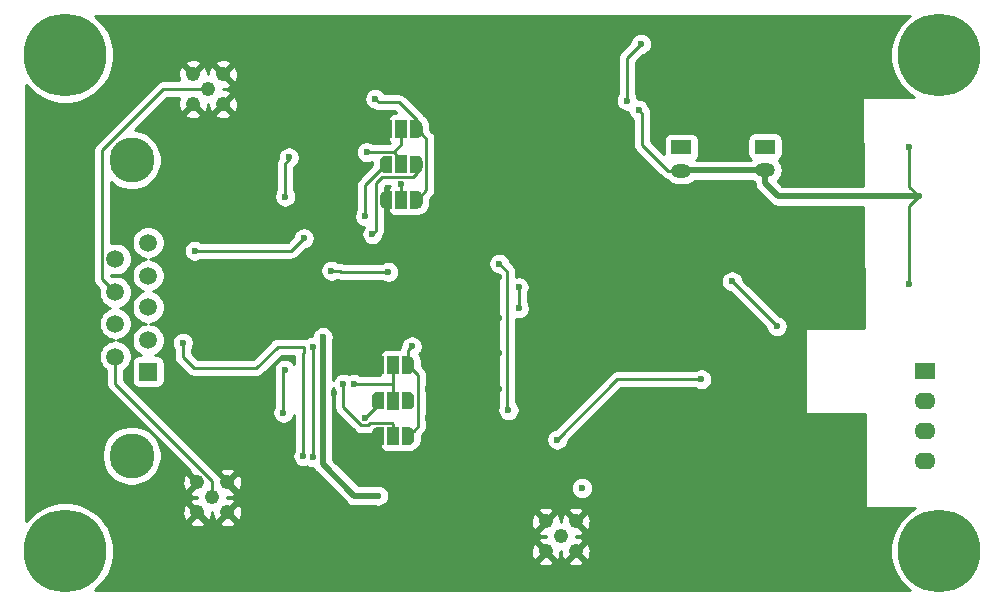
<source format=gbl>
G04 #@! TF.GenerationSoftware,KiCad,Pcbnew,(5.1.5-0)*
G04 #@! TF.CreationDate,2021-11-01T14:26:59-06:00*
G04 #@! TF.ProjectId,2ch-ads,3263682d-6164-4732-9e6b-696361645f70,rev?*
G04 #@! TF.SameCoordinates,Original*
G04 #@! TF.FileFunction,Copper,L2,Bot*
G04 #@! TF.FilePolarity,Positive*
%FSLAX46Y46*%
G04 Gerber Fmt 4.6, Leading zero omitted, Abs format (unit mm)*
G04 Created by KiCad (PCBNEW (5.1.5-0)) date 2021-11-01 14:26:59*
%MOMM*%
%LPD*%
G04 APERTURE LIST*
%ADD10R,1.000000X1.500000*%
%ADD11C,0.100000*%
%ADD12C,1.240000*%
%ADD13R,1.800000X1.400000*%
%ADD14O,1.800000X1.400000*%
%ADD15O,1.700000X1.200000*%
%ADD16R,1.700000X1.200000*%
%ADD17C,3.810000*%
%ADD18R,1.520000X1.520000*%
%ADD19C,1.520000*%
%ADD20C,7.000000*%
%ADD21C,0.600000*%
%ADD22C,0.250000*%
%ADD23C,0.500000*%
%ADD24C,0.254000*%
G04 APERTURE END LIST*
D10*
X125450000Y-91250000D03*
G04 #@! TA.AperFunction,SMDPad,CuDef*
D11*
G36*
X126750000Y-90500602D02*
G01*
X126774534Y-90500602D01*
X126823365Y-90505412D01*
X126871490Y-90514984D01*
X126918445Y-90529228D01*
X126963778Y-90548005D01*
X127007051Y-90571136D01*
X127047850Y-90598396D01*
X127085779Y-90629524D01*
X127120476Y-90664221D01*
X127151604Y-90702150D01*
X127178864Y-90742949D01*
X127201995Y-90786222D01*
X127220772Y-90831555D01*
X127235016Y-90878510D01*
X127244588Y-90926635D01*
X127249398Y-90975466D01*
X127249398Y-91000000D01*
X127250000Y-91000000D01*
X127250000Y-91500000D01*
X127249398Y-91500000D01*
X127249398Y-91524534D01*
X127244588Y-91573365D01*
X127235016Y-91621490D01*
X127220772Y-91668445D01*
X127201995Y-91713778D01*
X127178864Y-91757051D01*
X127151604Y-91797850D01*
X127120476Y-91835779D01*
X127085779Y-91870476D01*
X127047850Y-91901604D01*
X127007051Y-91928864D01*
X126963778Y-91951995D01*
X126918445Y-91970772D01*
X126871490Y-91985016D01*
X126823365Y-91994588D01*
X126774534Y-91999398D01*
X126750000Y-91999398D01*
X126750000Y-92000000D01*
X126200000Y-92000000D01*
X126200000Y-90500000D01*
X126750000Y-90500000D01*
X126750000Y-90500602D01*
G37*
G04 #@! TD.AperFunction*
G04 #@! TA.AperFunction,SMDPad,CuDef*
G36*
X124700000Y-92000000D02*
G01*
X124150000Y-92000000D01*
X124150000Y-91999398D01*
X124125466Y-91999398D01*
X124076635Y-91994588D01*
X124028510Y-91985016D01*
X123981555Y-91970772D01*
X123936222Y-91951995D01*
X123892949Y-91928864D01*
X123852150Y-91901604D01*
X123814221Y-91870476D01*
X123779524Y-91835779D01*
X123748396Y-91797850D01*
X123721136Y-91757051D01*
X123698005Y-91713778D01*
X123679228Y-91668445D01*
X123664984Y-91621490D01*
X123655412Y-91573365D01*
X123650602Y-91524534D01*
X123650602Y-91500000D01*
X123650000Y-91500000D01*
X123650000Y-91000000D01*
X123650602Y-91000000D01*
X123650602Y-90975466D01*
X123655412Y-90926635D01*
X123664984Y-90878510D01*
X123679228Y-90831555D01*
X123698005Y-90786222D01*
X123721136Y-90742949D01*
X123748396Y-90702150D01*
X123779524Y-90664221D01*
X123814221Y-90629524D01*
X123852150Y-90598396D01*
X123892949Y-90571136D01*
X123936222Y-90548005D01*
X123981555Y-90529228D01*
X124028510Y-90514984D01*
X124076635Y-90505412D01*
X124125466Y-90500602D01*
X124150000Y-90500602D01*
X124150000Y-90500000D01*
X124700000Y-90500000D01*
X124700000Y-92000000D01*
G37*
G04 #@! TD.AperFunction*
D10*
X125450000Y-88250000D03*
G04 #@! TA.AperFunction,SMDPad,CuDef*
D11*
G36*
X126750000Y-87500602D02*
G01*
X126774534Y-87500602D01*
X126823365Y-87505412D01*
X126871490Y-87514984D01*
X126918445Y-87529228D01*
X126963778Y-87548005D01*
X127007051Y-87571136D01*
X127047850Y-87598396D01*
X127085779Y-87629524D01*
X127120476Y-87664221D01*
X127151604Y-87702150D01*
X127178864Y-87742949D01*
X127201995Y-87786222D01*
X127220772Y-87831555D01*
X127235016Y-87878510D01*
X127244588Y-87926635D01*
X127249398Y-87975466D01*
X127249398Y-88000000D01*
X127250000Y-88000000D01*
X127250000Y-88500000D01*
X127249398Y-88500000D01*
X127249398Y-88524534D01*
X127244588Y-88573365D01*
X127235016Y-88621490D01*
X127220772Y-88668445D01*
X127201995Y-88713778D01*
X127178864Y-88757051D01*
X127151604Y-88797850D01*
X127120476Y-88835779D01*
X127085779Y-88870476D01*
X127047850Y-88901604D01*
X127007051Y-88928864D01*
X126963778Y-88951995D01*
X126918445Y-88970772D01*
X126871490Y-88985016D01*
X126823365Y-88994588D01*
X126774534Y-88999398D01*
X126750000Y-88999398D01*
X126750000Y-89000000D01*
X126200000Y-89000000D01*
X126200000Y-87500000D01*
X126750000Y-87500000D01*
X126750000Y-87500602D01*
G37*
G04 #@! TD.AperFunction*
G04 #@! TA.AperFunction,SMDPad,CuDef*
G36*
X124700000Y-89000000D02*
G01*
X124150000Y-89000000D01*
X124150000Y-88999398D01*
X124125466Y-88999398D01*
X124076635Y-88994588D01*
X124028510Y-88985016D01*
X123981555Y-88970772D01*
X123936222Y-88951995D01*
X123892949Y-88928864D01*
X123852150Y-88901604D01*
X123814221Y-88870476D01*
X123779524Y-88835779D01*
X123748396Y-88797850D01*
X123721136Y-88757051D01*
X123698005Y-88713778D01*
X123679228Y-88668445D01*
X123664984Y-88621490D01*
X123655412Y-88573365D01*
X123650602Y-88524534D01*
X123650602Y-88500000D01*
X123650000Y-88500000D01*
X123650000Y-88000000D01*
X123650602Y-88000000D01*
X123650602Y-87975466D01*
X123655412Y-87926635D01*
X123664984Y-87878510D01*
X123679228Y-87831555D01*
X123698005Y-87786222D01*
X123721136Y-87742949D01*
X123748396Y-87702150D01*
X123779524Y-87664221D01*
X123814221Y-87629524D01*
X123852150Y-87598396D01*
X123892949Y-87571136D01*
X123936222Y-87548005D01*
X123981555Y-87529228D01*
X124028510Y-87514984D01*
X124076635Y-87505412D01*
X124125466Y-87500602D01*
X124150000Y-87500602D01*
X124150000Y-87500000D01*
X124700000Y-87500000D01*
X124700000Y-89000000D01*
G37*
G04 #@! TD.AperFunction*
D10*
X125450000Y-85250000D03*
G04 #@! TA.AperFunction,SMDPad,CuDef*
D11*
G36*
X126750000Y-84500602D02*
G01*
X126774534Y-84500602D01*
X126823365Y-84505412D01*
X126871490Y-84514984D01*
X126918445Y-84529228D01*
X126963778Y-84548005D01*
X127007051Y-84571136D01*
X127047850Y-84598396D01*
X127085779Y-84629524D01*
X127120476Y-84664221D01*
X127151604Y-84702150D01*
X127178864Y-84742949D01*
X127201995Y-84786222D01*
X127220772Y-84831555D01*
X127235016Y-84878510D01*
X127244588Y-84926635D01*
X127249398Y-84975466D01*
X127249398Y-85000000D01*
X127250000Y-85000000D01*
X127250000Y-85500000D01*
X127249398Y-85500000D01*
X127249398Y-85524534D01*
X127244588Y-85573365D01*
X127235016Y-85621490D01*
X127220772Y-85668445D01*
X127201995Y-85713778D01*
X127178864Y-85757051D01*
X127151604Y-85797850D01*
X127120476Y-85835779D01*
X127085779Y-85870476D01*
X127047850Y-85901604D01*
X127007051Y-85928864D01*
X126963778Y-85951995D01*
X126918445Y-85970772D01*
X126871490Y-85985016D01*
X126823365Y-85994588D01*
X126774534Y-85999398D01*
X126750000Y-85999398D01*
X126750000Y-86000000D01*
X126200000Y-86000000D01*
X126200000Y-84500000D01*
X126750000Y-84500000D01*
X126750000Y-84500602D01*
G37*
G04 #@! TD.AperFunction*
G04 #@! TA.AperFunction,SMDPad,CuDef*
G36*
X124700000Y-86000000D02*
G01*
X124150000Y-86000000D01*
X124150000Y-85999398D01*
X124125466Y-85999398D01*
X124076635Y-85994588D01*
X124028510Y-85985016D01*
X123981555Y-85970772D01*
X123936222Y-85951995D01*
X123892949Y-85928864D01*
X123852150Y-85901604D01*
X123814221Y-85870476D01*
X123779524Y-85835779D01*
X123748396Y-85797850D01*
X123721136Y-85757051D01*
X123698005Y-85713778D01*
X123679228Y-85668445D01*
X123664984Y-85621490D01*
X123655412Y-85573365D01*
X123650602Y-85524534D01*
X123650602Y-85500000D01*
X123650000Y-85500000D01*
X123650000Y-85000000D01*
X123650602Y-85000000D01*
X123650602Y-84975466D01*
X123655412Y-84926635D01*
X123664984Y-84878510D01*
X123679228Y-84831555D01*
X123698005Y-84786222D01*
X123721136Y-84742949D01*
X123748396Y-84702150D01*
X123779524Y-84664221D01*
X123814221Y-84629524D01*
X123852150Y-84598396D01*
X123892949Y-84571136D01*
X123936222Y-84548005D01*
X123981555Y-84529228D01*
X124028510Y-84514984D01*
X124076635Y-84505412D01*
X124125466Y-84500602D01*
X124150000Y-84500602D01*
X124150000Y-84500000D01*
X124700000Y-84500000D01*
X124700000Y-86000000D01*
G37*
G04 #@! TD.AperFunction*
D10*
X124750000Y-111250000D03*
G04 #@! TA.AperFunction,SMDPad,CuDef*
D11*
G36*
X126050000Y-110500602D02*
G01*
X126074534Y-110500602D01*
X126123365Y-110505412D01*
X126171490Y-110514984D01*
X126218445Y-110529228D01*
X126263778Y-110548005D01*
X126307051Y-110571136D01*
X126347850Y-110598396D01*
X126385779Y-110629524D01*
X126420476Y-110664221D01*
X126451604Y-110702150D01*
X126478864Y-110742949D01*
X126501995Y-110786222D01*
X126520772Y-110831555D01*
X126535016Y-110878510D01*
X126544588Y-110926635D01*
X126549398Y-110975466D01*
X126549398Y-111000000D01*
X126550000Y-111000000D01*
X126550000Y-111500000D01*
X126549398Y-111500000D01*
X126549398Y-111524534D01*
X126544588Y-111573365D01*
X126535016Y-111621490D01*
X126520772Y-111668445D01*
X126501995Y-111713778D01*
X126478864Y-111757051D01*
X126451604Y-111797850D01*
X126420476Y-111835779D01*
X126385779Y-111870476D01*
X126347850Y-111901604D01*
X126307051Y-111928864D01*
X126263778Y-111951995D01*
X126218445Y-111970772D01*
X126171490Y-111985016D01*
X126123365Y-111994588D01*
X126074534Y-111999398D01*
X126050000Y-111999398D01*
X126050000Y-112000000D01*
X125500000Y-112000000D01*
X125500000Y-110500000D01*
X126050000Y-110500000D01*
X126050000Y-110500602D01*
G37*
G04 #@! TD.AperFunction*
G04 #@! TA.AperFunction,SMDPad,CuDef*
G36*
X124000000Y-112000000D02*
G01*
X123450000Y-112000000D01*
X123450000Y-111999398D01*
X123425466Y-111999398D01*
X123376635Y-111994588D01*
X123328510Y-111985016D01*
X123281555Y-111970772D01*
X123236222Y-111951995D01*
X123192949Y-111928864D01*
X123152150Y-111901604D01*
X123114221Y-111870476D01*
X123079524Y-111835779D01*
X123048396Y-111797850D01*
X123021136Y-111757051D01*
X122998005Y-111713778D01*
X122979228Y-111668445D01*
X122964984Y-111621490D01*
X122955412Y-111573365D01*
X122950602Y-111524534D01*
X122950602Y-111500000D01*
X122950000Y-111500000D01*
X122950000Y-111000000D01*
X122950602Y-111000000D01*
X122950602Y-110975466D01*
X122955412Y-110926635D01*
X122964984Y-110878510D01*
X122979228Y-110831555D01*
X122998005Y-110786222D01*
X123021136Y-110742949D01*
X123048396Y-110702150D01*
X123079524Y-110664221D01*
X123114221Y-110629524D01*
X123152150Y-110598396D01*
X123192949Y-110571136D01*
X123236222Y-110548005D01*
X123281555Y-110529228D01*
X123328510Y-110514984D01*
X123376635Y-110505412D01*
X123425466Y-110500602D01*
X123450000Y-110500602D01*
X123450000Y-110500000D01*
X124000000Y-110500000D01*
X124000000Y-112000000D01*
G37*
G04 #@! TD.AperFunction*
D10*
X124750000Y-108250000D03*
G04 #@! TA.AperFunction,SMDPad,CuDef*
D11*
G36*
X126050000Y-107500602D02*
G01*
X126074534Y-107500602D01*
X126123365Y-107505412D01*
X126171490Y-107514984D01*
X126218445Y-107529228D01*
X126263778Y-107548005D01*
X126307051Y-107571136D01*
X126347850Y-107598396D01*
X126385779Y-107629524D01*
X126420476Y-107664221D01*
X126451604Y-107702150D01*
X126478864Y-107742949D01*
X126501995Y-107786222D01*
X126520772Y-107831555D01*
X126535016Y-107878510D01*
X126544588Y-107926635D01*
X126549398Y-107975466D01*
X126549398Y-108000000D01*
X126550000Y-108000000D01*
X126550000Y-108500000D01*
X126549398Y-108500000D01*
X126549398Y-108524534D01*
X126544588Y-108573365D01*
X126535016Y-108621490D01*
X126520772Y-108668445D01*
X126501995Y-108713778D01*
X126478864Y-108757051D01*
X126451604Y-108797850D01*
X126420476Y-108835779D01*
X126385779Y-108870476D01*
X126347850Y-108901604D01*
X126307051Y-108928864D01*
X126263778Y-108951995D01*
X126218445Y-108970772D01*
X126171490Y-108985016D01*
X126123365Y-108994588D01*
X126074534Y-108999398D01*
X126050000Y-108999398D01*
X126050000Y-109000000D01*
X125500000Y-109000000D01*
X125500000Y-107500000D01*
X126050000Y-107500000D01*
X126050000Y-107500602D01*
G37*
G04 #@! TD.AperFunction*
G04 #@! TA.AperFunction,SMDPad,CuDef*
G36*
X124000000Y-109000000D02*
G01*
X123450000Y-109000000D01*
X123450000Y-108999398D01*
X123425466Y-108999398D01*
X123376635Y-108994588D01*
X123328510Y-108985016D01*
X123281555Y-108970772D01*
X123236222Y-108951995D01*
X123192949Y-108928864D01*
X123152150Y-108901604D01*
X123114221Y-108870476D01*
X123079524Y-108835779D01*
X123048396Y-108797850D01*
X123021136Y-108757051D01*
X122998005Y-108713778D01*
X122979228Y-108668445D01*
X122964984Y-108621490D01*
X122955412Y-108573365D01*
X122950602Y-108524534D01*
X122950602Y-108500000D01*
X122950000Y-108500000D01*
X122950000Y-108000000D01*
X122950602Y-108000000D01*
X122950602Y-107975466D01*
X122955412Y-107926635D01*
X122964984Y-107878510D01*
X122979228Y-107831555D01*
X122998005Y-107786222D01*
X123021136Y-107742949D01*
X123048396Y-107702150D01*
X123079524Y-107664221D01*
X123114221Y-107629524D01*
X123152150Y-107598396D01*
X123192949Y-107571136D01*
X123236222Y-107548005D01*
X123281555Y-107529228D01*
X123328510Y-107514984D01*
X123376635Y-107505412D01*
X123425466Y-107500602D01*
X123450000Y-107500602D01*
X123450000Y-107500000D01*
X124000000Y-107500000D01*
X124000000Y-109000000D01*
G37*
G04 #@! TD.AperFunction*
D10*
X124750000Y-105250000D03*
G04 #@! TA.AperFunction,SMDPad,CuDef*
D11*
G36*
X126050000Y-104500602D02*
G01*
X126074534Y-104500602D01*
X126123365Y-104505412D01*
X126171490Y-104514984D01*
X126218445Y-104529228D01*
X126263778Y-104548005D01*
X126307051Y-104571136D01*
X126347850Y-104598396D01*
X126385779Y-104629524D01*
X126420476Y-104664221D01*
X126451604Y-104702150D01*
X126478864Y-104742949D01*
X126501995Y-104786222D01*
X126520772Y-104831555D01*
X126535016Y-104878510D01*
X126544588Y-104926635D01*
X126549398Y-104975466D01*
X126549398Y-105000000D01*
X126550000Y-105000000D01*
X126550000Y-105500000D01*
X126549398Y-105500000D01*
X126549398Y-105524534D01*
X126544588Y-105573365D01*
X126535016Y-105621490D01*
X126520772Y-105668445D01*
X126501995Y-105713778D01*
X126478864Y-105757051D01*
X126451604Y-105797850D01*
X126420476Y-105835779D01*
X126385779Y-105870476D01*
X126347850Y-105901604D01*
X126307051Y-105928864D01*
X126263778Y-105951995D01*
X126218445Y-105970772D01*
X126171490Y-105985016D01*
X126123365Y-105994588D01*
X126074534Y-105999398D01*
X126050000Y-105999398D01*
X126050000Y-106000000D01*
X125500000Y-106000000D01*
X125500000Y-104500000D01*
X126050000Y-104500000D01*
X126050000Y-104500602D01*
G37*
G04 #@! TD.AperFunction*
G04 #@! TA.AperFunction,SMDPad,CuDef*
G36*
X124000000Y-106000000D02*
G01*
X123450000Y-106000000D01*
X123450000Y-105999398D01*
X123425466Y-105999398D01*
X123376635Y-105994588D01*
X123328510Y-105985016D01*
X123281555Y-105970772D01*
X123236222Y-105951995D01*
X123192949Y-105928864D01*
X123152150Y-105901604D01*
X123114221Y-105870476D01*
X123079524Y-105835779D01*
X123048396Y-105797850D01*
X123021136Y-105757051D01*
X122998005Y-105713778D01*
X122979228Y-105668445D01*
X122964984Y-105621490D01*
X122955412Y-105573365D01*
X122950602Y-105524534D01*
X122950602Y-105500000D01*
X122950000Y-105500000D01*
X122950000Y-105000000D01*
X122950602Y-105000000D01*
X122950602Y-104975466D01*
X122955412Y-104926635D01*
X122964984Y-104878510D01*
X122979228Y-104831555D01*
X122998005Y-104786222D01*
X123021136Y-104742949D01*
X123048396Y-104702150D01*
X123079524Y-104664221D01*
X123114221Y-104629524D01*
X123152150Y-104598396D01*
X123192949Y-104571136D01*
X123236222Y-104548005D01*
X123281555Y-104529228D01*
X123328510Y-104514984D01*
X123376635Y-104505412D01*
X123425466Y-104500602D01*
X123450000Y-104500602D01*
X123450000Y-104500000D01*
X124000000Y-104500000D01*
X124000000Y-106000000D01*
G37*
G04 #@! TD.AperFunction*
D12*
X137680000Y-121020000D03*
X140220000Y-118480000D03*
X140220000Y-121020000D03*
X137680000Y-118480000D03*
X138950000Y-119750000D03*
X107810000Y-83150000D03*
X110350000Y-80610000D03*
X110350000Y-83150000D03*
X107810000Y-80610000D03*
X109080000Y-81880000D03*
X108180000Y-117720000D03*
X110720000Y-115180000D03*
X110720000Y-117720000D03*
X108180000Y-115180000D03*
X109450000Y-116450000D03*
D13*
X169750000Y-105750000D03*
D14*
X169750000Y-108290000D03*
X169750000Y-110830000D03*
X169750000Y-113370000D03*
D15*
X156250000Y-88750000D03*
D16*
X156250000Y-86750000D03*
D15*
X149150000Y-88800000D03*
D16*
X149150000Y-86800000D03*
D17*
X102613000Y-87881000D03*
X102613000Y-112901000D03*
D18*
X104013000Y-105791000D03*
D19*
X104013000Y-103121000D03*
X104013000Y-100331000D03*
X104013000Y-97661000D03*
X104013000Y-94871000D03*
X101223000Y-104521000D03*
X101223000Y-101731000D03*
X101223000Y-99061000D03*
X101223000Y-96261000D03*
D20*
X97000000Y-79000000D03*
X171000000Y-79000000D03*
X97000000Y-121000000D03*
X171000000Y-121000000D03*
D21*
X149750000Y-112650000D03*
X133750000Y-101250000D03*
X136750000Y-101250000D03*
X136750000Y-104250000D03*
X133750000Y-104250000D03*
X133750000Y-107250000D03*
X136750000Y-107250000D03*
X133750000Y-109750000D03*
X130750000Y-109750000D03*
X127750000Y-109750000D03*
X130750000Y-107250000D03*
X127750000Y-107250000D03*
X136750000Y-109250000D03*
X133750000Y-97750000D03*
X136750000Y-97750000D03*
X130750000Y-97750000D03*
X127750000Y-95250000D03*
X130750000Y-101250000D03*
X127750000Y-99250000D03*
X125750000Y-93250000D03*
X125750000Y-97250000D03*
X111750000Y-93250000D03*
X112450000Y-103350000D03*
X112550000Y-112550000D03*
X115550000Y-115850000D03*
X122650000Y-113550000D03*
X122750000Y-95250000D03*
X118750000Y-89250000D03*
X120750000Y-90250000D03*
X132750000Y-95250000D03*
X135750000Y-95250000D03*
X135750000Y-92250000D03*
X132750000Y-92250000D03*
X132750000Y-89250000D03*
X135750000Y-89250000D03*
X135750000Y-86250000D03*
X132750000Y-86250000D03*
X131750000Y-96250000D03*
X127750000Y-105250000D03*
X127750000Y-102250000D03*
X124750000Y-102250000D03*
X124750000Y-99250000D03*
X162750000Y-101250000D03*
X160750000Y-92250000D03*
X163750000Y-92250000D03*
X163750000Y-89250000D03*
X160750000Y-89250000D03*
X157250000Y-99350000D03*
X110850000Y-96750000D03*
X119720000Y-107630000D03*
X119830000Y-101830000D03*
X117153718Y-112947941D03*
X106950000Y-103350000D03*
X117201808Y-94501808D03*
X107950000Y-95550000D03*
X140750000Y-115650000D03*
X118800000Y-102875000D03*
X123500000Y-116300000D03*
X168450000Y-98350000D03*
X169250000Y-90950000D03*
X168450000Y-86750000D03*
X145550000Y-83650000D03*
X157250000Y-101950000D03*
X153450000Y-98150000D03*
X150850000Y-106450000D03*
X138650000Y-111550000D03*
X124350000Y-97350000D03*
X119535456Y-97250000D03*
X123240000Y-82700000D03*
X126750000Y-91250000D03*
X126340000Y-103660000D03*
X144550000Y-82850000D03*
X145750000Y-78050000D03*
X115475000Y-109275000D03*
X115575000Y-105625000D03*
X115625000Y-90975000D03*
X115925000Y-87650000D03*
X135400466Y-100446625D03*
X135374622Y-98650000D03*
X122390000Y-92649999D03*
X122366424Y-109718578D03*
X123000000Y-94160000D03*
X126050000Y-107800000D03*
X133750001Y-96650000D03*
X134524598Y-109050000D03*
X117950000Y-103675000D03*
X117950000Y-113025000D03*
X120550000Y-106850000D03*
X121450000Y-106850000D03*
X125430000Y-89950001D03*
X122510000Y-87220000D03*
D22*
X101223000Y-106824398D02*
X101223000Y-105595802D01*
X101223000Y-105595802D02*
X101223000Y-104521000D01*
X109450000Y-115051398D02*
X101223000Y-106824398D01*
X109450000Y-116450000D02*
X109450000Y-115051398D01*
X105313598Y-81880000D02*
X108203188Y-81880000D01*
X108203188Y-81880000D02*
X109080000Y-81880000D01*
X100137999Y-87055599D02*
X105313598Y-81880000D01*
X100137999Y-97975999D02*
X100137999Y-87055599D01*
X101223000Y-99061000D02*
X100137999Y-97975999D01*
X117153718Y-112947941D02*
X117153718Y-104221282D01*
X117153718Y-104221282D02*
X117175000Y-104200000D01*
X117175000Y-104200000D02*
X117175000Y-103675000D01*
X117175000Y-103675000D02*
X115000000Y-103675000D01*
X115000000Y-103675000D02*
X113175000Y-105500000D01*
X113175000Y-105500000D02*
X107900000Y-105500000D01*
X106950000Y-104550000D02*
X106950000Y-103350000D01*
X107900000Y-105500000D02*
X106950000Y-104550000D01*
X116153616Y-95550000D02*
X107950000Y-95550000D01*
X117201808Y-94501808D02*
X116153616Y-95550000D01*
D23*
X118800000Y-113643297D02*
X121474227Y-116317524D01*
X118800000Y-102875000D02*
X118800000Y-113643297D01*
X123482476Y-116317524D02*
X123500000Y-116300000D01*
X121474227Y-116317524D02*
X123482476Y-116317524D01*
X149200000Y-88750000D02*
X149150000Y-88800000D01*
X156250000Y-88750000D02*
X149200000Y-88750000D01*
X156250000Y-89850000D02*
X156250000Y-88750000D01*
X157350000Y-90950000D02*
X156250000Y-89850000D01*
D22*
X168450000Y-91750000D02*
X169250000Y-90950000D01*
X168450000Y-98350000D02*
X168450000Y-91750000D01*
D23*
X169250000Y-90950000D02*
X157350000Y-90950000D01*
D22*
X168450000Y-90150000D02*
X169250000Y-90950000D01*
X168450000Y-86750000D02*
X168450000Y-90150000D01*
X148050000Y-88800000D02*
X149150000Y-88800000D01*
X145849999Y-86599999D02*
X148050000Y-88800000D01*
X145849999Y-83949999D02*
X145849999Y-86599999D01*
X145550000Y-83650000D02*
X145849999Y-83949999D01*
X157250000Y-101950000D02*
X153950000Y-98650000D01*
X153950000Y-98650000D02*
X153450000Y-98150000D01*
X143750000Y-106450000D02*
X138650000Y-111550000D01*
X150850000Y-106450000D02*
X143750000Y-106450000D01*
X120250000Y-97250000D02*
X119535456Y-97250000D01*
X120350000Y-97350000D02*
X124350000Y-97350000D01*
X120250000Y-97250000D02*
X120350000Y-97350000D01*
X127204064Y-85704064D02*
X126750000Y-85250000D01*
X127575010Y-90424990D02*
X127575010Y-86075010D01*
X127575010Y-86075010D02*
X127204064Y-85704064D01*
X126750000Y-91250000D02*
X127575010Y-90424990D01*
X126750000Y-84502408D02*
X126750000Y-85250000D01*
X125247591Y-82999999D02*
X126750000Y-84502408D01*
X123539999Y-82999999D02*
X125247591Y-82999999D01*
X123240000Y-82700000D02*
X123539999Y-82999999D01*
X126875010Y-110424990D02*
X126504064Y-110795936D01*
X126875010Y-106075010D02*
X126875010Y-110424990D01*
X126504064Y-110795936D02*
X126050000Y-111250000D01*
X126050000Y-105250000D02*
X126875010Y-106075010D01*
X126050000Y-105250000D02*
X126050000Y-103950000D01*
X126050000Y-103950000D02*
X126340000Y-103660000D01*
X144550000Y-79250000D02*
X145750000Y-78050000D01*
X144550000Y-82850000D02*
X144550000Y-79250000D01*
X115475000Y-105725000D02*
X115575000Y-105625000D01*
X115475000Y-109275000D02*
X115475000Y-105725000D01*
X115625000Y-90975000D02*
X115625000Y-88150000D01*
X115925000Y-87850000D02*
X115925000Y-87650000D01*
X115625000Y-88150000D02*
X115925000Y-87850000D01*
X135400466Y-100446625D02*
X135400466Y-99222578D01*
X135374622Y-99196734D02*
X135374622Y-98650000D01*
X135400466Y-99222578D02*
X135374622Y-99196734D01*
X122390000Y-90010000D02*
X124150000Y-88250000D01*
X122390000Y-92649999D02*
X122390000Y-90010000D01*
X123450000Y-108635002D02*
X122366424Y-109718578D01*
X123450000Y-108250000D02*
X123450000Y-108635002D01*
X126422591Y-89325001D02*
X126750000Y-88997592D01*
X126750000Y-88997592D02*
X126750000Y-88250000D01*
X123814999Y-89325001D02*
X126422591Y-89325001D01*
X123299999Y-89840001D02*
X123814999Y-89325001D01*
X123299999Y-93860001D02*
X123299999Y-89840001D01*
X123000000Y-94160000D02*
X123299999Y-93860001D01*
X126050000Y-108250000D02*
X126050000Y-107800000D01*
X134375001Y-97275000D02*
X134375001Y-108900403D01*
X134375001Y-108900403D02*
X134524598Y-109050000D01*
X133750001Y-96650000D02*
X134375001Y-97275000D01*
X117950000Y-103675000D02*
X117950000Y-113025000D01*
X120550000Y-107274264D02*
X120550000Y-106850000D01*
X120550000Y-108827156D02*
X120550000Y-107274264D01*
X122066423Y-110343579D02*
X120550000Y-108827156D01*
X122666425Y-110343579D02*
X122066423Y-110343579D01*
X124674990Y-110174990D02*
X122835014Y-110174990D01*
X122835014Y-110174990D02*
X122666425Y-110343579D01*
X124750000Y-110250000D02*
X124674990Y-110174990D01*
X124750000Y-111250000D02*
X124750000Y-110250000D01*
X124690000Y-106850000D02*
X121450000Y-106850000D01*
X124750000Y-106790000D02*
X124690000Y-106850000D01*
X124750000Y-105250000D02*
X124750000Y-106790000D01*
X124750000Y-106790000D02*
X124750000Y-108250000D01*
X125450000Y-91250000D02*
X125450000Y-90790364D01*
X125430000Y-91230000D02*
X125450000Y-91250000D01*
X125430000Y-89950001D02*
X125430000Y-91230000D01*
X125025010Y-87455010D02*
X125450000Y-87880000D01*
X125025010Y-87365374D02*
X125025010Y-87455010D01*
X125450000Y-87880000D02*
X125450000Y-88250000D01*
X124834626Y-87174990D02*
X125025010Y-87365374D01*
X122555010Y-87174990D02*
X124834626Y-87174990D01*
X122510000Y-87220000D02*
X122555010Y-87174990D01*
X125450000Y-86559616D02*
X125450000Y-84620000D01*
X124834626Y-87174990D02*
X125450000Y-86559616D01*
X125450000Y-84620000D02*
X125450000Y-85250000D01*
D24*
G36*
X168364091Y-75788136D02*
G01*
X167788136Y-76364091D01*
X167335611Y-77041343D01*
X167023906Y-77793865D01*
X166865000Y-78592738D01*
X166865000Y-79407262D01*
X167023906Y-80206135D01*
X167335611Y-80958657D01*
X167788136Y-81635909D01*
X168364091Y-82211864D01*
X168829739Y-82523000D01*
X164625000Y-82523000D01*
X164599324Y-82525623D01*
X164575553Y-82533022D01*
X164553681Y-82544916D01*
X164534551Y-82560849D01*
X164518896Y-82580207D01*
X164507319Y-82602248D01*
X164500265Y-82626124D01*
X164498003Y-82650918D01*
X164551573Y-90065000D01*
X157716579Y-90065000D01*
X157323444Y-89671866D01*
X157377502Y-89627502D01*
X157531833Y-89439449D01*
X157646511Y-89224901D01*
X157717130Y-88992102D01*
X157740975Y-88750000D01*
X157717130Y-88507898D01*
X157646511Y-88275099D01*
X157531833Y-88060551D01*
X157405564Y-87906691D01*
X157454494Y-87880537D01*
X157551185Y-87801185D01*
X157630537Y-87704494D01*
X157689502Y-87594180D01*
X157725812Y-87474482D01*
X157738072Y-87350000D01*
X157738072Y-86150000D01*
X157725812Y-86025518D01*
X157689502Y-85905820D01*
X157630537Y-85795506D01*
X157551185Y-85698815D01*
X157454494Y-85619463D01*
X157344180Y-85560498D01*
X157224482Y-85524188D01*
X157100000Y-85511928D01*
X155400000Y-85511928D01*
X155275518Y-85524188D01*
X155155820Y-85560498D01*
X155045506Y-85619463D01*
X154948815Y-85698815D01*
X154869463Y-85795506D01*
X154810498Y-85905820D01*
X154774188Y-86025518D01*
X154761928Y-86150000D01*
X154761928Y-87350000D01*
X154774188Y-87474482D01*
X154810498Y-87594180D01*
X154869463Y-87704494D01*
X154948815Y-87801185D01*
X155026574Y-87865000D01*
X150434351Y-87865000D01*
X150451185Y-87851185D01*
X150530537Y-87754494D01*
X150589502Y-87644180D01*
X150625812Y-87524482D01*
X150638072Y-87400000D01*
X150638072Y-86200000D01*
X150625812Y-86075518D01*
X150589502Y-85955820D01*
X150530537Y-85845506D01*
X150451185Y-85748815D01*
X150354494Y-85669463D01*
X150244180Y-85610498D01*
X150124482Y-85574188D01*
X150000000Y-85561928D01*
X148300000Y-85561928D01*
X148175518Y-85574188D01*
X148055820Y-85610498D01*
X147945506Y-85669463D01*
X147848815Y-85748815D01*
X147769463Y-85845506D01*
X147710498Y-85955820D01*
X147674188Y-86075518D01*
X147661928Y-86200000D01*
X147661928Y-87337126D01*
X146609999Y-86285198D01*
X146609999Y-83987324D01*
X146613675Y-83949999D01*
X146609999Y-83912674D01*
X146609999Y-83912666D01*
X146599002Y-83801013D01*
X146555545Y-83657752D01*
X146484973Y-83525723D01*
X146476558Y-83515469D01*
X146449068Y-83377271D01*
X146378586Y-83207111D01*
X146276262Y-83053972D01*
X146146028Y-82923738D01*
X145992889Y-82821414D01*
X145822729Y-82750932D01*
X145642089Y-82715000D01*
X145476464Y-82715000D01*
X145449068Y-82577271D01*
X145378586Y-82407111D01*
X145310000Y-82304465D01*
X145310000Y-79564801D01*
X145901649Y-78973153D01*
X146022729Y-78949068D01*
X146192889Y-78878586D01*
X146346028Y-78776262D01*
X146476262Y-78646028D01*
X146578586Y-78492889D01*
X146649068Y-78322729D01*
X146685000Y-78142089D01*
X146685000Y-77957911D01*
X146649068Y-77777271D01*
X146578586Y-77607111D01*
X146476262Y-77453972D01*
X146346028Y-77323738D01*
X146192889Y-77221414D01*
X146022729Y-77150932D01*
X145842089Y-77115000D01*
X145657911Y-77115000D01*
X145477271Y-77150932D01*
X145307111Y-77221414D01*
X145153972Y-77323738D01*
X145023738Y-77453972D01*
X144921414Y-77607111D01*
X144850932Y-77777271D01*
X144826847Y-77898351D01*
X144038998Y-78686201D01*
X144010000Y-78709999D01*
X143986202Y-78738997D01*
X143986201Y-78738998D01*
X143915026Y-78825724D01*
X143844454Y-78957754D01*
X143800998Y-79101015D01*
X143786324Y-79250000D01*
X143790001Y-79287332D01*
X143790000Y-82304464D01*
X143721414Y-82407111D01*
X143650932Y-82577271D01*
X143615000Y-82757911D01*
X143615000Y-82942089D01*
X143650932Y-83122729D01*
X143721414Y-83292889D01*
X143823738Y-83446028D01*
X143953972Y-83576262D01*
X144107111Y-83678586D01*
X144277271Y-83749068D01*
X144457911Y-83785000D01*
X144623536Y-83785000D01*
X144650932Y-83922729D01*
X144721414Y-84092889D01*
X144823738Y-84246028D01*
X144953972Y-84376262D01*
X145089999Y-84467152D01*
X145090000Y-86562667D01*
X145086323Y-86599999D01*
X145090000Y-86637332D01*
X145100997Y-86748985D01*
X145109529Y-86777111D01*
X145144453Y-86892245D01*
X145215025Y-87024275D01*
X145277991Y-87100998D01*
X145309999Y-87140000D01*
X145338997Y-87163798D01*
X147486201Y-89311003D01*
X147509999Y-89340001D01*
X147625724Y-89434974D01*
X147757753Y-89505546D01*
X147901014Y-89549003D01*
X147918451Y-89550720D01*
X148022498Y-89677502D01*
X148210551Y-89831833D01*
X148425099Y-89946511D01*
X148657898Y-90017130D01*
X148839335Y-90035000D01*
X149460665Y-90035000D01*
X149642102Y-90017130D01*
X149874901Y-89946511D01*
X150089449Y-89831833D01*
X150277502Y-89677502D01*
X150312382Y-89635000D01*
X155131634Y-89635000D01*
X155310551Y-89781833D01*
X155364588Y-89810716D01*
X155360719Y-89850000D01*
X155365000Y-89893469D01*
X155365000Y-89893476D01*
X155372254Y-89967130D01*
X155377805Y-90023490D01*
X155385488Y-90048815D01*
X155428411Y-90190312D01*
X155510589Y-90344058D01*
X155621183Y-90478817D01*
X155654956Y-90506534D01*
X156693470Y-91545049D01*
X156721183Y-91578817D01*
X156754951Y-91606530D01*
X156754953Y-91606532D01*
X156813129Y-91654276D01*
X156855941Y-91689411D01*
X157009687Y-91771589D01*
X157125903Y-91806843D01*
X157176509Y-91822195D01*
X157191306Y-91823652D01*
X157306523Y-91835000D01*
X157306531Y-91835000D01*
X157350000Y-91839281D01*
X157393469Y-91835000D01*
X164564362Y-91835000D01*
X164638697Y-102123000D01*
X159750000Y-102123000D01*
X159725224Y-102125440D01*
X159701399Y-102132667D01*
X159679443Y-102144403D01*
X159660197Y-102160197D01*
X159644403Y-102179443D01*
X159632667Y-102201399D01*
X159625440Y-102225224D01*
X159623000Y-102250000D01*
X159623000Y-109250000D01*
X159625440Y-109274776D01*
X159632667Y-109298601D01*
X159644403Y-109320557D01*
X159660197Y-109339803D01*
X159679443Y-109355597D01*
X159701399Y-109367333D01*
X159725224Y-109374560D01*
X159750000Y-109377000D01*
X164691111Y-109377000D01*
X164748003Y-117250918D01*
X164750440Y-117274776D01*
X164757667Y-117298601D01*
X164769403Y-117320557D01*
X164785197Y-117339803D01*
X164804443Y-117355597D01*
X164826399Y-117367333D01*
X164850224Y-117374560D01*
X164875000Y-117377000D01*
X168979400Y-117377000D01*
X168364091Y-117788136D01*
X167788136Y-118364091D01*
X167335611Y-119041343D01*
X167023906Y-119793865D01*
X166865000Y-120592738D01*
X166865000Y-121407262D01*
X167023906Y-122206135D01*
X167335611Y-122958657D01*
X167788136Y-123635909D01*
X168364091Y-124211864D01*
X168481030Y-124290000D01*
X99518970Y-124290000D01*
X99635909Y-124211864D01*
X100211864Y-123635909D01*
X100664389Y-122958657D01*
X100976094Y-122206135D01*
X101040156Y-121884072D01*
X136995533Y-121884072D01*
X137045274Y-122109691D01*
X137270058Y-122212582D01*
X137510596Y-122269642D01*
X137757645Y-122278680D01*
X138001709Y-122239347D01*
X138233410Y-122153156D01*
X138314726Y-122109691D01*
X138364467Y-121884072D01*
X139535533Y-121884072D01*
X139585274Y-122109691D01*
X139810058Y-122212582D01*
X140050596Y-122269642D01*
X140297645Y-122278680D01*
X140541709Y-122239347D01*
X140773410Y-122153156D01*
X140854726Y-122109691D01*
X140904467Y-121884072D01*
X140220000Y-121199605D01*
X139535533Y-121884072D01*
X138364467Y-121884072D01*
X137680000Y-121199605D01*
X136995533Y-121884072D01*
X101040156Y-121884072D01*
X101135000Y-121407262D01*
X101135000Y-121097645D01*
X136421320Y-121097645D01*
X136460653Y-121341709D01*
X136546844Y-121573410D01*
X136590309Y-121654726D01*
X136815928Y-121704467D01*
X137500395Y-121020000D01*
X136815928Y-120335533D01*
X136590309Y-120385274D01*
X136487418Y-120610058D01*
X136430358Y-120850596D01*
X136421320Y-121097645D01*
X101135000Y-121097645D01*
X101135000Y-120592738D01*
X100976094Y-119793865D01*
X100789784Y-119344072D01*
X136995533Y-119344072D01*
X137045274Y-119569691D01*
X137270058Y-119672582D01*
X137510596Y-119729642D01*
X137695000Y-119736388D01*
X137695000Y-119764709D01*
X137602355Y-119761320D01*
X137358291Y-119800653D01*
X137126590Y-119886844D01*
X137045274Y-119930309D01*
X136995533Y-120155928D01*
X137680000Y-120840395D01*
X137694143Y-120826253D01*
X137873748Y-121005858D01*
X137859605Y-121020000D01*
X138544072Y-121704467D01*
X138769691Y-121654726D01*
X138872582Y-121429942D01*
X138929642Y-121189404D01*
X138936388Y-121005000D01*
X138964709Y-121005000D01*
X138961320Y-121097645D01*
X139000653Y-121341709D01*
X139086844Y-121573410D01*
X139130309Y-121654726D01*
X139355928Y-121704467D01*
X140040395Y-121020000D01*
X140399605Y-121020000D01*
X141084072Y-121704467D01*
X141309691Y-121654726D01*
X141412582Y-121429942D01*
X141469642Y-121189404D01*
X141478680Y-120942355D01*
X141439347Y-120698291D01*
X141353156Y-120466590D01*
X141309691Y-120385274D01*
X141084072Y-120335533D01*
X140399605Y-121020000D01*
X140040395Y-121020000D01*
X140026253Y-121005858D01*
X140205858Y-120826253D01*
X140220000Y-120840395D01*
X140904467Y-120155928D01*
X140854726Y-119930309D01*
X140629942Y-119827418D01*
X140389404Y-119770358D01*
X140205000Y-119763612D01*
X140205000Y-119735291D01*
X140297645Y-119738680D01*
X140541709Y-119699347D01*
X140773410Y-119613156D01*
X140854726Y-119569691D01*
X140904467Y-119344072D01*
X140220000Y-118659605D01*
X140205858Y-118673748D01*
X140026253Y-118494143D01*
X140040395Y-118480000D01*
X140399605Y-118480000D01*
X141084072Y-119164467D01*
X141309691Y-119114726D01*
X141412582Y-118889942D01*
X141469642Y-118649404D01*
X141478680Y-118402355D01*
X141439347Y-118158291D01*
X141353156Y-117926590D01*
X141309691Y-117845274D01*
X141084072Y-117795533D01*
X140399605Y-118480000D01*
X140040395Y-118480000D01*
X139355928Y-117795533D01*
X139130309Y-117845274D01*
X139027418Y-118070058D01*
X138970358Y-118310596D01*
X138963612Y-118495000D01*
X138935291Y-118495000D01*
X138938680Y-118402355D01*
X138899347Y-118158291D01*
X138813156Y-117926590D01*
X138769691Y-117845274D01*
X138544072Y-117795533D01*
X137859605Y-118480000D01*
X137873748Y-118494143D01*
X137694143Y-118673748D01*
X137680000Y-118659605D01*
X136995533Y-119344072D01*
X100789784Y-119344072D01*
X100664389Y-119041343D01*
X100358851Y-118584072D01*
X107495533Y-118584072D01*
X107545274Y-118809691D01*
X107770058Y-118912582D01*
X108010596Y-118969642D01*
X108257645Y-118978680D01*
X108501709Y-118939347D01*
X108733410Y-118853156D01*
X108814726Y-118809691D01*
X108864467Y-118584072D01*
X110035533Y-118584072D01*
X110085274Y-118809691D01*
X110310058Y-118912582D01*
X110550596Y-118969642D01*
X110797645Y-118978680D01*
X111041709Y-118939347D01*
X111273410Y-118853156D01*
X111354726Y-118809691D01*
X111404467Y-118584072D01*
X111378040Y-118557645D01*
X136421320Y-118557645D01*
X136460653Y-118801709D01*
X136546844Y-119033410D01*
X136590309Y-119114726D01*
X136815928Y-119164467D01*
X137500395Y-118480000D01*
X136815928Y-117795533D01*
X136590309Y-117845274D01*
X136487418Y-118070058D01*
X136430358Y-118310596D01*
X136421320Y-118557645D01*
X111378040Y-118557645D01*
X110720000Y-117899605D01*
X110035533Y-118584072D01*
X108864467Y-118584072D01*
X108180000Y-117899605D01*
X107495533Y-118584072D01*
X100358851Y-118584072D01*
X100211864Y-118364091D01*
X99645418Y-117797645D01*
X106921320Y-117797645D01*
X106960653Y-118041709D01*
X107046844Y-118273410D01*
X107090309Y-118354726D01*
X107315928Y-118404467D01*
X108000395Y-117720000D01*
X107315928Y-117035533D01*
X107090309Y-117085274D01*
X106987418Y-117310058D01*
X106930358Y-117550596D01*
X106921320Y-117797645D01*
X99645418Y-117797645D01*
X99635909Y-117788136D01*
X98958657Y-117335611D01*
X98206135Y-117023906D01*
X97407262Y-116865000D01*
X96592738Y-116865000D01*
X95793865Y-117023906D01*
X95041343Y-117335611D01*
X94364091Y-117788136D01*
X93788136Y-118364091D01*
X93710000Y-118481030D01*
X93710000Y-112650832D01*
X100073000Y-112650832D01*
X100073000Y-113151168D01*
X100170611Y-113641891D01*
X100362081Y-114104141D01*
X100640053Y-114520156D01*
X100993844Y-114873947D01*
X101409859Y-115151919D01*
X101872109Y-115343389D01*
X102362832Y-115441000D01*
X102863168Y-115441000D01*
X103353891Y-115343389D01*
X103560895Y-115257645D01*
X106921320Y-115257645D01*
X106960653Y-115501709D01*
X107046844Y-115733410D01*
X107090309Y-115814726D01*
X107315928Y-115864467D01*
X108000395Y-115180000D01*
X107315928Y-114495533D01*
X107090309Y-114545274D01*
X106987418Y-114770058D01*
X106930358Y-115010596D01*
X106921320Y-115257645D01*
X103560895Y-115257645D01*
X103816141Y-115151919D01*
X104232156Y-114873947D01*
X104585947Y-114520156D01*
X104863919Y-114104141D01*
X105055389Y-113641891D01*
X105153000Y-113151168D01*
X105153000Y-112650832D01*
X105055389Y-112160109D01*
X104863919Y-111697859D01*
X104585947Y-111281844D01*
X104232156Y-110928053D01*
X103816141Y-110650081D01*
X103353891Y-110458611D01*
X102863168Y-110361000D01*
X102362832Y-110361000D01*
X101872109Y-110458611D01*
X101409859Y-110650081D01*
X100993844Y-110928053D01*
X100640053Y-111281844D01*
X100362081Y-111697859D01*
X100170611Y-112160109D01*
X100073000Y-112650832D01*
X93710000Y-112650832D01*
X93710000Y-87055599D01*
X99374323Y-87055599D01*
X99378000Y-87092931D01*
X99377999Y-97938677D01*
X99374323Y-97975999D01*
X99377999Y-98013321D01*
X99377999Y-98013331D01*
X99388996Y-98124984D01*
X99413909Y-98207111D01*
X99432453Y-98268245D01*
X99503025Y-98400275D01*
X99521453Y-98422729D01*
X99597998Y-98516000D01*
X99627001Y-98539803D01*
X99858329Y-98771130D01*
X99828000Y-98923604D01*
X99828000Y-99198396D01*
X99881609Y-99467907D01*
X99986767Y-99721780D01*
X100139433Y-99950261D01*
X100333739Y-100144567D01*
X100562220Y-100297233D01*
X100800664Y-100396000D01*
X100562220Y-100494767D01*
X100333739Y-100647433D01*
X100139433Y-100841739D01*
X99986767Y-101070220D01*
X99881609Y-101324093D01*
X99828000Y-101593604D01*
X99828000Y-101868396D01*
X99881609Y-102137907D01*
X99986767Y-102391780D01*
X100139433Y-102620261D01*
X100333739Y-102814567D01*
X100562220Y-102967233D01*
X100816093Y-103072391D01*
X101085604Y-103126000D01*
X100816093Y-103179609D01*
X100562220Y-103284767D01*
X100333739Y-103437433D01*
X100139433Y-103631739D01*
X99986767Y-103860220D01*
X99881609Y-104114093D01*
X99828000Y-104383604D01*
X99828000Y-104658396D01*
X99881609Y-104927907D01*
X99986767Y-105181780D01*
X100139433Y-105410261D01*
X100333739Y-105604567D01*
X100463001Y-105690937D01*
X100463000Y-106787075D01*
X100459324Y-106824398D01*
X100463000Y-106861720D01*
X100463000Y-106861730D01*
X100473997Y-106973383D01*
X100497541Y-107050997D01*
X100517454Y-107116644D01*
X100588026Y-107248674D01*
X100624313Y-107292889D01*
X100682999Y-107364399D01*
X100712003Y-107388202D01*
X107521580Y-114197780D01*
X107495533Y-114315928D01*
X108180000Y-115000395D01*
X108194143Y-114986253D01*
X108373748Y-115165858D01*
X108359605Y-115180000D01*
X108373748Y-115194143D01*
X108194143Y-115373748D01*
X108180000Y-115359605D01*
X107495533Y-116044072D01*
X107545274Y-116269691D01*
X107770058Y-116372582D01*
X108010596Y-116429642D01*
X108195000Y-116436388D01*
X108195000Y-116464709D01*
X108102355Y-116461320D01*
X107858291Y-116500653D01*
X107626590Y-116586844D01*
X107545274Y-116630309D01*
X107495533Y-116855928D01*
X108180000Y-117540395D01*
X108194143Y-117526253D01*
X108373748Y-117705858D01*
X108359605Y-117720000D01*
X109044072Y-118404467D01*
X109269691Y-118354726D01*
X109372582Y-118129942D01*
X109429642Y-117889404D01*
X109436388Y-117705000D01*
X109464709Y-117705000D01*
X109461320Y-117797645D01*
X109500653Y-118041709D01*
X109586844Y-118273410D01*
X109630309Y-118354726D01*
X109855928Y-118404467D01*
X110540395Y-117720000D01*
X110899605Y-117720000D01*
X111584072Y-118404467D01*
X111809691Y-118354726D01*
X111912582Y-118129942D01*
X111969642Y-117889404D01*
X111978680Y-117642355D01*
X111974422Y-117615928D01*
X136995533Y-117615928D01*
X137680000Y-118300395D01*
X138364467Y-117615928D01*
X139535533Y-117615928D01*
X140220000Y-118300395D01*
X140904467Y-117615928D01*
X140854726Y-117390309D01*
X140629942Y-117287418D01*
X140389404Y-117230358D01*
X140142355Y-117221320D01*
X139898291Y-117260653D01*
X139666590Y-117346844D01*
X139585274Y-117390309D01*
X139535533Y-117615928D01*
X138364467Y-117615928D01*
X138314726Y-117390309D01*
X138089942Y-117287418D01*
X137849404Y-117230358D01*
X137602355Y-117221320D01*
X137358291Y-117260653D01*
X137126590Y-117346844D01*
X137045274Y-117390309D01*
X136995533Y-117615928D01*
X111974422Y-117615928D01*
X111939347Y-117398291D01*
X111853156Y-117166590D01*
X111809691Y-117085274D01*
X111584072Y-117035533D01*
X110899605Y-117720000D01*
X110540395Y-117720000D01*
X110526253Y-117705858D01*
X110705858Y-117526253D01*
X110720000Y-117540395D01*
X111404467Y-116855928D01*
X111354726Y-116630309D01*
X111129942Y-116527418D01*
X110889404Y-116470358D01*
X110705000Y-116463612D01*
X110705000Y-116435291D01*
X110797645Y-116438680D01*
X111041709Y-116399347D01*
X111273410Y-116313156D01*
X111354726Y-116269691D01*
X111404467Y-116044072D01*
X110720000Y-115359605D01*
X110705858Y-115373748D01*
X110526253Y-115194143D01*
X110540395Y-115180000D01*
X110899605Y-115180000D01*
X111584072Y-115864467D01*
X111809691Y-115814726D01*
X111912582Y-115589942D01*
X111969642Y-115349404D01*
X111978680Y-115102355D01*
X111939347Y-114858291D01*
X111853156Y-114626590D01*
X111809691Y-114545274D01*
X111584072Y-114495533D01*
X110899605Y-115180000D01*
X110540395Y-115180000D01*
X110171221Y-114810826D01*
X110155546Y-114759151D01*
X110151153Y-114750932D01*
X110084974Y-114627121D01*
X110013799Y-114540395D01*
X109990001Y-114511397D01*
X109961003Y-114487599D01*
X109789332Y-114315928D01*
X110035533Y-114315928D01*
X110720000Y-115000395D01*
X111404467Y-114315928D01*
X111354726Y-114090309D01*
X111129942Y-113987418D01*
X110889404Y-113930358D01*
X110642355Y-113921320D01*
X110398291Y-113960653D01*
X110166590Y-114046844D01*
X110085274Y-114090309D01*
X110035533Y-114315928D01*
X109789332Y-114315928D01*
X101983000Y-106509597D01*
X101983000Y-105690936D01*
X102112261Y-105604567D01*
X102306567Y-105410261D01*
X102459233Y-105181780D01*
X102521688Y-105031000D01*
X102614928Y-105031000D01*
X102614928Y-106551000D01*
X102627188Y-106675482D01*
X102663498Y-106795180D01*
X102722463Y-106905494D01*
X102801815Y-107002185D01*
X102898506Y-107081537D01*
X103008820Y-107140502D01*
X103128518Y-107176812D01*
X103253000Y-107189072D01*
X104773000Y-107189072D01*
X104897482Y-107176812D01*
X105017180Y-107140502D01*
X105127494Y-107081537D01*
X105224185Y-107002185D01*
X105303537Y-106905494D01*
X105362502Y-106795180D01*
X105398812Y-106675482D01*
X105411072Y-106551000D01*
X105411072Y-105031000D01*
X105398812Y-104906518D01*
X105362502Y-104786820D01*
X105303537Y-104676506D01*
X105224185Y-104579815D01*
X105127494Y-104500463D01*
X105017180Y-104441498D01*
X104897482Y-104405188D01*
X104773000Y-104392928D01*
X104587605Y-104392928D01*
X104673780Y-104357233D01*
X104902261Y-104204567D01*
X105096567Y-104010261D01*
X105249233Y-103781780D01*
X105354391Y-103527907D01*
X105408000Y-103258396D01*
X105408000Y-103257911D01*
X106015000Y-103257911D01*
X106015000Y-103442089D01*
X106050932Y-103622729D01*
X106121414Y-103792889D01*
X106190001Y-103895536D01*
X106190000Y-104512677D01*
X106186324Y-104550000D01*
X106190000Y-104587322D01*
X106190000Y-104587332D01*
X106200997Y-104698985D01*
X106239681Y-104826510D01*
X106244454Y-104842246D01*
X106315026Y-104974276D01*
X106352103Y-105019454D01*
X106409999Y-105090001D01*
X106439002Y-105113804D01*
X107336201Y-106011003D01*
X107359999Y-106040001D01*
X107388997Y-106063799D01*
X107475723Y-106134974D01*
X107554855Y-106177271D01*
X107607753Y-106205546D01*
X107751014Y-106249003D01*
X107862667Y-106260000D01*
X107862677Y-106260000D01*
X107900000Y-106263676D01*
X107937323Y-106260000D01*
X113137678Y-106260000D01*
X113175000Y-106263676D01*
X113212322Y-106260000D01*
X113212333Y-106260000D01*
X113323986Y-106249003D01*
X113467247Y-106205546D01*
X113599276Y-106134974D01*
X113715001Y-106040001D01*
X113738804Y-106010997D01*
X115314802Y-104435000D01*
X116393719Y-104435000D01*
X116393719Y-105167344D01*
X116301262Y-105028972D01*
X116171028Y-104898738D01*
X116017889Y-104796414D01*
X115847729Y-104725932D01*
X115667089Y-104690000D01*
X115482911Y-104690000D01*
X115302271Y-104725932D01*
X115132111Y-104796414D01*
X114978972Y-104898738D01*
X114848738Y-105028972D01*
X114746414Y-105182111D01*
X114675932Y-105352271D01*
X114640000Y-105532911D01*
X114640000Y-105717089D01*
X114675932Y-105897729D01*
X114715001Y-105992050D01*
X114715000Y-108729464D01*
X114646414Y-108832111D01*
X114575932Y-109002271D01*
X114540000Y-109182911D01*
X114540000Y-109367089D01*
X114575932Y-109547729D01*
X114646414Y-109717889D01*
X114748738Y-109871028D01*
X114878972Y-110001262D01*
X115032111Y-110103586D01*
X115202271Y-110174068D01*
X115382911Y-110210000D01*
X115567089Y-110210000D01*
X115747729Y-110174068D01*
X115917889Y-110103586D01*
X116071028Y-110001262D01*
X116201262Y-109871028D01*
X116303586Y-109717889D01*
X116374068Y-109547729D01*
X116393718Y-109448941D01*
X116393718Y-112402405D01*
X116325132Y-112505052D01*
X116254650Y-112675212D01*
X116218718Y-112855852D01*
X116218718Y-113040030D01*
X116254650Y-113220670D01*
X116325132Y-113390830D01*
X116427456Y-113543969D01*
X116557690Y-113674203D01*
X116710829Y-113776527D01*
X116880989Y-113847009D01*
X117061629Y-113882941D01*
X117245807Y-113882941D01*
X117426447Y-113847009D01*
X117470166Y-113828900D01*
X117507111Y-113853586D01*
X117677271Y-113924068D01*
X117857911Y-113960000D01*
X117971250Y-113960000D01*
X117978412Y-113983610D01*
X118060590Y-114137356D01*
X118143468Y-114238343D01*
X118143471Y-114238346D01*
X118171184Y-114272114D01*
X118204951Y-114299826D01*
X120817697Y-116912573D01*
X120845410Y-116946341D01*
X120879178Y-116974054D01*
X120879180Y-116974056D01*
X120898609Y-116990001D01*
X120980168Y-117056935D01*
X121133914Y-117139113D01*
X121300737Y-117189719D01*
X121430750Y-117202524D01*
X121430760Y-117202524D01*
X121474226Y-117206805D01*
X121517692Y-117202524D01*
X123244645Y-117202524D01*
X123407911Y-117235000D01*
X123592089Y-117235000D01*
X123772729Y-117199068D01*
X123942889Y-117128586D01*
X124096028Y-117026262D01*
X124226262Y-116896028D01*
X124328586Y-116742889D01*
X124399068Y-116572729D01*
X124435000Y-116392089D01*
X124435000Y-116207911D01*
X124399068Y-116027271D01*
X124328586Y-115857111D01*
X124226262Y-115703972D01*
X124096028Y-115573738D01*
X124072342Y-115557911D01*
X139815000Y-115557911D01*
X139815000Y-115742089D01*
X139850932Y-115922729D01*
X139921414Y-116092889D01*
X140023738Y-116246028D01*
X140153972Y-116376262D01*
X140307111Y-116478586D01*
X140477271Y-116549068D01*
X140657911Y-116585000D01*
X140842089Y-116585000D01*
X141022729Y-116549068D01*
X141192889Y-116478586D01*
X141346028Y-116376262D01*
X141476262Y-116246028D01*
X141578586Y-116092889D01*
X141649068Y-115922729D01*
X141685000Y-115742089D01*
X141685000Y-115557911D01*
X141649068Y-115377271D01*
X141578586Y-115207111D01*
X141476262Y-115053972D01*
X141346028Y-114923738D01*
X141192889Y-114821414D01*
X141022729Y-114750932D01*
X140842089Y-114715000D01*
X140657911Y-114715000D01*
X140477271Y-114750932D01*
X140307111Y-114821414D01*
X140153972Y-114923738D01*
X140023738Y-115053972D01*
X139921414Y-115207111D01*
X139850932Y-115377271D01*
X139815000Y-115557911D01*
X124072342Y-115557911D01*
X123942889Y-115471414D01*
X123772729Y-115400932D01*
X123592089Y-115365000D01*
X123407911Y-115365000D01*
X123227271Y-115400932D01*
X123151001Y-115432524D01*
X121840806Y-115432524D01*
X119685000Y-113276719D01*
X119685000Y-107204977D01*
X119721414Y-107292889D01*
X119790001Y-107395537D01*
X119790000Y-108789833D01*
X119786324Y-108827156D01*
X119790000Y-108864478D01*
X119790000Y-108864488D01*
X119800997Y-108976141D01*
X119844454Y-109119402D01*
X119915026Y-109251432D01*
X119950209Y-109294302D01*
X120009999Y-109367157D01*
X120039003Y-109390960D01*
X121502624Y-110854582D01*
X121526422Y-110883580D01*
X121555420Y-110907378D01*
X121642146Y-110978553D01*
X121755230Y-111038998D01*
X121774176Y-111049125D01*
X121917437Y-111092582D01*
X122029090Y-111103579D01*
X122029100Y-111103579D01*
X122066423Y-111107255D01*
X122103746Y-111103579D01*
X122629103Y-111103579D01*
X122666425Y-111107255D01*
X122703747Y-111103579D01*
X122703758Y-111103579D01*
X122815411Y-111092582D01*
X122958672Y-111049125D01*
X123090701Y-110978553D01*
X123143783Y-110934990D01*
X123611928Y-110934990D01*
X123611928Y-112000000D01*
X123624188Y-112124482D01*
X123660498Y-112244180D01*
X123719463Y-112354494D01*
X123798815Y-112451185D01*
X123895506Y-112530537D01*
X124005820Y-112589502D01*
X124125518Y-112625812D01*
X124250000Y-112638072D01*
X125250000Y-112638072D01*
X125374482Y-112625812D01*
X125375000Y-112625655D01*
X125375518Y-112625812D01*
X125500000Y-112638072D01*
X126050000Y-112638072D01*
X126074450Y-112635664D01*
X126099009Y-112635664D01*
X126223490Y-112623404D01*
X126319623Y-112604282D01*
X126439319Y-112567973D01*
X126529875Y-112530464D01*
X126640192Y-112471498D01*
X126721691Y-112417042D01*
X126818382Y-112337690D01*
X126887690Y-112268382D01*
X126967042Y-112171691D01*
X127021498Y-112090192D01*
X127080464Y-111979875D01*
X127117973Y-111889319D01*
X127154282Y-111769623D01*
X127173404Y-111673490D01*
X127185664Y-111549009D01*
X127185664Y-111524450D01*
X127188072Y-111500000D01*
X127188072Y-111457911D01*
X137715000Y-111457911D01*
X137715000Y-111642089D01*
X137750932Y-111822729D01*
X137821414Y-111992889D01*
X137923738Y-112146028D01*
X138053972Y-112276262D01*
X138207111Y-112378586D01*
X138377271Y-112449068D01*
X138557911Y-112485000D01*
X138742089Y-112485000D01*
X138922729Y-112449068D01*
X139092889Y-112378586D01*
X139246028Y-112276262D01*
X139376262Y-112146028D01*
X139478586Y-111992889D01*
X139549068Y-111822729D01*
X139573153Y-111701648D01*
X144064802Y-107210000D01*
X150304465Y-107210000D01*
X150407111Y-107278586D01*
X150577271Y-107349068D01*
X150757911Y-107385000D01*
X150942089Y-107385000D01*
X151122729Y-107349068D01*
X151292889Y-107278586D01*
X151446028Y-107176262D01*
X151576262Y-107046028D01*
X151678586Y-106892889D01*
X151749068Y-106722729D01*
X151785000Y-106542089D01*
X151785000Y-106357911D01*
X151749068Y-106177271D01*
X151678586Y-106007111D01*
X151576262Y-105853972D01*
X151446028Y-105723738D01*
X151292889Y-105621414D01*
X151122729Y-105550932D01*
X150942089Y-105515000D01*
X150757911Y-105515000D01*
X150577271Y-105550932D01*
X150407111Y-105621414D01*
X150304465Y-105690000D01*
X143787322Y-105690000D01*
X143749999Y-105686324D01*
X143712676Y-105690000D01*
X143712667Y-105690000D01*
X143601014Y-105700997D01*
X143457753Y-105744454D01*
X143325724Y-105815026D01*
X143209999Y-105909999D01*
X143186201Y-105938997D01*
X138498352Y-110626847D01*
X138377271Y-110650932D01*
X138207111Y-110721414D01*
X138053972Y-110823738D01*
X137923738Y-110953972D01*
X137821414Y-111107111D01*
X137750932Y-111277271D01*
X137715000Y-111457911D01*
X127188072Y-111457911D01*
X127188072Y-111186729D01*
X127386007Y-110988794D01*
X127415011Y-110964991D01*
X127509984Y-110849266D01*
X127580556Y-110717237D01*
X127624013Y-110573976D01*
X127635010Y-110462323D01*
X127635010Y-110462313D01*
X127638686Y-110424990D01*
X127635010Y-110387667D01*
X127635010Y-106112332D01*
X127638686Y-106075009D01*
X127635010Y-106037686D01*
X127635010Y-106037677D01*
X127624013Y-105926024D01*
X127580556Y-105782763D01*
X127509984Y-105650734D01*
X127415011Y-105535009D01*
X127386014Y-105511212D01*
X127188072Y-105313270D01*
X127188072Y-105000000D01*
X127185664Y-104975550D01*
X127185664Y-104950991D01*
X127173404Y-104826510D01*
X127154282Y-104730377D01*
X127117973Y-104610681D01*
X127080464Y-104520125D01*
X127021498Y-104409808D01*
X126977832Y-104344458D01*
X127066262Y-104256028D01*
X127168586Y-104102889D01*
X127239068Y-103932729D01*
X127275000Y-103752089D01*
X127275000Y-103567911D01*
X127239068Y-103387271D01*
X127168586Y-103217111D01*
X127066262Y-103063972D01*
X126936028Y-102933738D01*
X126782889Y-102831414D01*
X126612729Y-102760932D01*
X126432089Y-102725000D01*
X126247911Y-102725000D01*
X126067271Y-102760932D01*
X125897111Y-102831414D01*
X125743972Y-102933738D01*
X125613738Y-103063972D01*
X125511414Y-103217111D01*
X125440932Y-103387271D01*
X125412423Y-103530594D01*
X125344454Y-103657754D01*
X125330552Y-103703586D01*
X125300998Y-103801014D01*
X125295167Y-103860220D01*
X125294566Y-103866317D01*
X125250000Y-103861928D01*
X124250000Y-103861928D01*
X124125518Y-103874188D01*
X124005820Y-103910498D01*
X123895506Y-103969463D01*
X123798815Y-104048815D01*
X123719463Y-104145506D01*
X123660498Y-104255820D01*
X123624188Y-104375518D01*
X123611928Y-104500000D01*
X123611928Y-106000000D01*
X123620792Y-106090000D01*
X121995535Y-106090000D01*
X121892889Y-106021414D01*
X121722729Y-105950932D01*
X121542089Y-105915000D01*
X121357911Y-105915000D01*
X121177271Y-105950932D01*
X121007111Y-106021414D01*
X121000000Y-106026165D01*
X120992889Y-106021414D01*
X120822729Y-105950932D01*
X120642089Y-105915000D01*
X120457911Y-105915000D01*
X120277271Y-105950932D01*
X120107111Y-106021414D01*
X119953972Y-106123738D01*
X119823738Y-106253972D01*
X119721414Y-106407111D01*
X119685000Y-106495023D01*
X119685000Y-103181692D01*
X119699068Y-103147729D01*
X119735000Y-102967089D01*
X119735000Y-102782911D01*
X119699068Y-102602271D01*
X119628586Y-102432111D01*
X119526262Y-102278972D01*
X119396028Y-102148738D01*
X119242889Y-102046414D01*
X119072729Y-101975932D01*
X118892089Y-101940000D01*
X118707911Y-101940000D01*
X118527271Y-101975932D01*
X118357111Y-102046414D01*
X118203972Y-102148738D01*
X118073738Y-102278972D01*
X117971414Y-102432111D01*
X117900932Y-102602271D01*
X117873536Y-102740000D01*
X117857911Y-102740000D01*
X117677271Y-102775932D01*
X117507111Y-102846414D01*
X117368017Y-102939353D01*
X117323986Y-102925997D01*
X117212333Y-102915000D01*
X117175000Y-102911323D01*
X117137667Y-102915000D01*
X115037325Y-102915000D01*
X115000000Y-102911324D01*
X114962675Y-102915000D01*
X114962667Y-102915000D01*
X114851014Y-102925997D01*
X114707753Y-102969454D01*
X114575724Y-103040026D01*
X114459999Y-103134999D01*
X114436201Y-103163997D01*
X112860199Y-104740000D01*
X108214802Y-104740000D01*
X107710000Y-104235199D01*
X107710000Y-103895535D01*
X107778586Y-103792889D01*
X107849068Y-103622729D01*
X107885000Y-103442089D01*
X107885000Y-103257911D01*
X107849068Y-103077271D01*
X107778586Y-102907111D01*
X107676262Y-102753972D01*
X107546028Y-102623738D01*
X107392889Y-102521414D01*
X107222729Y-102450932D01*
X107042089Y-102415000D01*
X106857911Y-102415000D01*
X106677271Y-102450932D01*
X106507111Y-102521414D01*
X106353972Y-102623738D01*
X106223738Y-102753972D01*
X106121414Y-102907111D01*
X106050932Y-103077271D01*
X106015000Y-103257911D01*
X105408000Y-103257911D01*
X105408000Y-102983604D01*
X105354391Y-102714093D01*
X105249233Y-102460220D01*
X105096567Y-102231739D01*
X104902261Y-102037433D01*
X104673780Y-101884767D01*
X104419907Y-101779609D01*
X104150396Y-101726000D01*
X104419907Y-101672391D01*
X104673780Y-101567233D01*
X104902261Y-101414567D01*
X105096567Y-101220261D01*
X105249233Y-100991780D01*
X105354391Y-100737907D01*
X105408000Y-100468396D01*
X105408000Y-100193604D01*
X105354391Y-99924093D01*
X105249233Y-99670220D01*
X105096567Y-99441739D01*
X104902261Y-99247433D01*
X104673780Y-99094767D01*
X104435336Y-98996000D01*
X104673780Y-98897233D01*
X104902261Y-98744567D01*
X105096567Y-98550261D01*
X105249233Y-98321780D01*
X105354391Y-98067907D01*
X105408000Y-97798396D01*
X105408000Y-97523604D01*
X105354391Y-97254093D01*
X105314551Y-97157911D01*
X118600456Y-97157911D01*
X118600456Y-97342089D01*
X118636388Y-97522729D01*
X118706870Y-97692889D01*
X118809194Y-97846028D01*
X118939428Y-97976262D01*
X119092567Y-98078586D01*
X119262727Y-98149068D01*
X119443367Y-98185000D01*
X119627545Y-98185000D01*
X119808185Y-98149068D01*
X119978345Y-98078586D01*
X120032794Y-98042205D01*
X120057753Y-98055546D01*
X120201014Y-98099003D01*
X120312667Y-98110000D01*
X120312677Y-98110000D01*
X120349999Y-98113676D01*
X120387322Y-98110000D01*
X123804465Y-98110000D01*
X123907111Y-98178586D01*
X124077271Y-98249068D01*
X124257911Y-98285000D01*
X124442089Y-98285000D01*
X124622729Y-98249068D01*
X124792889Y-98178586D01*
X124946028Y-98076262D01*
X125076262Y-97946028D01*
X125178586Y-97792889D01*
X125249068Y-97622729D01*
X125285000Y-97442089D01*
X125285000Y-97257911D01*
X125249068Y-97077271D01*
X125178586Y-96907111D01*
X125076262Y-96753972D01*
X124946028Y-96623738D01*
X124847511Y-96557911D01*
X132815001Y-96557911D01*
X132815001Y-96742089D01*
X132850933Y-96922729D01*
X132921415Y-97092889D01*
X133023739Y-97246028D01*
X133153973Y-97376262D01*
X133307112Y-97478586D01*
X133477272Y-97549068D01*
X133598351Y-97573152D01*
X133615001Y-97589802D01*
X133615002Y-108830198D01*
X133589598Y-108957911D01*
X133589598Y-109142089D01*
X133625530Y-109322729D01*
X133696012Y-109492889D01*
X133798336Y-109646028D01*
X133928570Y-109776262D01*
X134081709Y-109878586D01*
X134251869Y-109949068D01*
X134432509Y-109985000D01*
X134616687Y-109985000D01*
X134797327Y-109949068D01*
X134967487Y-109878586D01*
X135120626Y-109776262D01*
X135250860Y-109646028D01*
X135353184Y-109492889D01*
X135423666Y-109322729D01*
X135459598Y-109142089D01*
X135459598Y-108957911D01*
X135423666Y-108777271D01*
X135353184Y-108607111D01*
X135250860Y-108453972D01*
X135135001Y-108338113D01*
X135135001Y-101347138D01*
X135308377Y-101381625D01*
X135492555Y-101381625D01*
X135673195Y-101345693D01*
X135843355Y-101275211D01*
X135996494Y-101172887D01*
X136126728Y-101042653D01*
X136229052Y-100889514D01*
X136299534Y-100719354D01*
X136335466Y-100538714D01*
X136335466Y-100354536D01*
X136299534Y-100173896D01*
X136229052Y-100003736D01*
X136160466Y-99901090D01*
X136160466Y-99259901D01*
X136164142Y-99222578D01*
X136160466Y-99185256D01*
X136160466Y-99185245D01*
X136158029Y-99160504D01*
X136203208Y-99092889D01*
X136273690Y-98922729D01*
X136309622Y-98742089D01*
X136309622Y-98557911D01*
X136273690Y-98377271D01*
X136203208Y-98207111D01*
X136103516Y-98057911D01*
X152515000Y-98057911D01*
X152515000Y-98242089D01*
X152550932Y-98422729D01*
X152621414Y-98592889D01*
X152723738Y-98746028D01*
X152853972Y-98876262D01*
X153007111Y-98978586D01*
X153177271Y-99049068D01*
X153298352Y-99073153D01*
X153386201Y-99161002D01*
X156326847Y-102101649D01*
X156350932Y-102222729D01*
X156421414Y-102392889D01*
X156523738Y-102546028D01*
X156653972Y-102676262D01*
X156807111Y-102778586D01*
X156977271Y-102849068D01*
X157157911Y-102885000D01*
X157342089Y-102885000D01*
X157522729Y-102849068D01*
X157692889Y-102778586D01*
X157846028Y-102676262D01*
X157976262Y-102546028D01*
X158078586Y-102392889D01*
X158149068Y-102222729D01*
X158185000Y-102042089D01*
X158185000Y-101857911D01*
X158149068Y-101677271D01*
X158078586Y-101507111D01*
X157976262Y-101353972D01*
X157846028Y-101223738D01*
X157692889Y-101121414D01*
X157522729Y-101050932D01*
X157401649Y-101026847D01*
X154461002Y-98086201D01*
X154373153Y-97998352D01*
X154349068Y-97877271D01*
X154278586Y-97707111D01*
X154176262Y-97553972D01*
X154046028Y-97423738D01*
X153892889Y-97321414D01*
X153722729Y-97250932D01*
X153542089Y-97215000D01*
X153357911Y-97215000D01*
X153177271Y-97250932D01*
X153007111Y-97321414D01*
X152853972Y-97423738D01*
X152723738Y-97553972D01*
X152621414Y-97707111D01*
X152550932Y-97877271D01*
X152515000Y-98057911D01*
X136103516Y-98057911D01*
X136100884Y-98053972D01*
X135970650Y-97923738D01*
X135817511Y-97821414D01*
X135647351Y-97750932D01*
X135466711Y-97715000D01*
X135282533Y-97715000D01*
X135135001Y-97744346D01*
X135135001Y-97312322D01*
X135138677Y-97274999D01*
X135135001Y-97237676D01*
X135135001Y-97237667D01*
X135124004Y-97126014D01*
X135080547Y-96982753D01*
X135009975Y-96850724D01*
X134945154Y-96771739D01*
X134938800Y-96763996D01*
X134938796Y-96763992D01*
X134915002Y-96734999D01*
X134886010Y-96711206D01*
X134673153Y-96498350D01*
X134649069Y-96377271D01*
X134578587Y-96207111D01*
X134476263Y-96053972D01*
X134346029Y-95923738D01*
X134192890Y-95821414D01*
X134022730Y-95750932D01*
X133842090Y-95715000D01*
X133657912Y-95715000D01*
X133477272Y-95750932D01*
X133307112Y-95821414D01*
X133153973Y-95923738D01*
X133023739Y-96053972D01*
X132921415Y-96207111D01*
X132850933Y-96377271D01*
X132815001Y-96557911D01*
X124847511Y-96557911D01*
X124792889Y-96521414D01*
X124622729Y-96450932D01*
X124442089Y-96415000D01*
X124257911Y-96415000D01*
X124077271Y-96450932D01*
X123907111Y-96521414D01*
X123804465Y-96590000D01*
X120627456Y-96590000D01*
X120542247Y-96544454D01*
X120398986Y-96500997D01*
X120287333Y-96490000D01*
X120287322Y-96490000D01*
X120250000Y-96486324D01*
X120212678Y-96490000D01*
X120080991Y-96490000D01*
X119978345Y-96421414D01*
X119808185Y-96350932D01*
X119627545Y-96315000D01*
X119443367Y-96315000D01*
X119262727Y-96350932D01*
X119092567Y-96421414D01*
X118939428Y-96523738D01*
X118809194Y-96653972D01*
X118706870Y-96807111D01*
X118636388Y-96977271D01*
X118600456Y-97157911D01*
X105314551Y-97157911D01*
X105249233Y-97000220D01*
X105096567Y-96771739D01*
X104902261Y-96577433D01*
X104673780Y-96424767D01*
X104419907Y-96319609D01*
X104150396Y-96266000D01*
X104419907Y-96212391D01*
X104673780Y-96107233D01*
X104902261Y-95954567D01*
X105096567Y-95760261D01*
X105249233Y-95531780D01*
X105279830Y-95457911D01*
X107015000Y-95457911D01*
X107015000Y-95642089D01*
X107050932Y-95822729D01*
X107121414Y-95992889D01*
X107223738Y-96146028D01*
X107353972Y-96276262D01*
X107507111Y-96378586D01*
X107677271Y-96449068D01*
X107857911Y-96485000D01*
X108042089Y-96485000D01*
X108222729Y-96449068D01*
X108392889Y-96378586D01*
X108495535Y-96310000D01*
X116116294Y-96310000D01*
X116153616Y-96313676D01*
X116190938Y-96310000D01*
X116190949Y-96310000D01*
X116302602Y-96299003D01*
X116445863Y-96255546D01*
X116577892Y-96184974D01*
X116693617Y-96090001D01*
X116717420Y-96060998D01*
X117353457Y-95424961D01*
X117474537Y-95400876D01*
X117644697Y-95330394D01*
X117797836Y-95228070D01*
X117928070Y-95097836D01*
X118030394Y-94944697D01*
X118100876Y-94774537D01*
X118136808Y-94593897D01*
X118136808Y-94409719D01*
X118100876Y-94229079D01*
X118030394Y-94058919D01*
X117928070Y-93905780D01*
X117797836Y-93775546D01*
X117644697Y-93673222D01*
X117474537Y-93602740D01*
X117293897Y-93566808D01*
X117109719Y-93566808D01*
X116929079Y-93602740D01*
X116758919Y-93673222D01*
X116605780Y-93775546D01*
X116475546Y-93905780D01*
X116373222Y-94058919D01*
X116302740Y-94229079D01*
X116278655Y-94350159D01*
X115838815Y-94790000D01*
X108495535Y-94790000D01*
X108392889Y-94721414D01*
X108222729Y-94650932D01*
X108042089Y-94615000D01*
X107857911Y-94615000D01*
X107677271Y-94650932D01*
X107507111Y-94721414D01*
X107353972Y-94823738D01*
X107223738Y-94953972D01*
X107121414Y-95107111D01*
X107050932Y-95277271D01*
X107015000Y-95457911D01*
X105279830Y-95457911D01*
X105354391Y-95277907D01*
X105408000Y-95008396D01*
X105408000Y-94733604D01*
X105354391Y-94464093D01*
X105249233Y-94210220D01*
X105096567Y-93981739D01*
X104902261Y-93787433D01*
X104673780Y-93634767D01*
X104419907Y-93529609D01*
X104150396Y-93476000D01*
X103875604Y-93476000D01*
X103606093Y-93529609D01*
X103352220Y-93634767D01*
X103123739Y-93787433D01*
X102929433Y-93981739D01*
X102776767Y-94210220D01*
X102671609Y-94464093D01*
X102618000Y-94733604D01*
X102618000Y-95008396D01*
X102671609Y-95277907D01*
X102776767Y-95531780D01*
X102929433Y-95760261D01*
X103123739Y-95954567D01*
X103352220Y-96107233D01*
X103606093Y-96212391D01*
X103875604Y-96266000D01*
X103606093Y-96319609D01*
X103352220Y-96424767D01*
X103123739Y-96577433D01*
X102929433Y-96771739D01*
X102776767Y-97000220D01*
X102671609Y-97254093D01*
X102618000Y-97523604D01*
X102618000Y-97798396D01*
X102671609Y-98067907D01*
X102776767Y-98321780D01*
X102929433Y-98550261D01*
X103123739Y-98744567D01*
X103352220Y-98897233D01*
X103590664Y-98996000D01*
X103352220Y-99094767D01*
X103123739Y-99247433D01*
X102929433Y-99441739D01*
X102776767Y-99670220D01*
X102671609Y-99924093D01*
X102618000Y-100193604D01*
X102618000Y-100468396D01*
X102671609Y-100737907D01*
X102776767Y-100991780D01*
X102929433Y-101220261D01*
X103123739Y-101414567D01*
X103352220Y-101567233D01*
X103606093Y-101672391D01*
X103875604Y-101726000D01*
X103606093Y-101779609D01*
X103352220Y-101884767D01*
X103123739Y-102037433D01*
X102929433Y-102231739D01*
X102776767Y-102460220D01*
X102671609Y-102714093D01*
X102618000Y-102983604D01*
X102618000Y-103258396D01*
X102671609Y-103527907D01*
X102776767Y-103781780D01*
X102929433Y-104010261D01*
X103123739Y-104204567D01*
X103352220Y-104357233D01*
X103438395Y-104392928D01*
X103253000Y-104392928D01*
X103128518Y-104405188D01*
X103008820Y-104441498D01*
X102898506Y-104500463D01*
X102801815Y-104579815D01*
X102722463Y-104676506D01*
X102663498Y-104786820D01*
X102627188Y-104906518D01*
X102614928Y-105031000D01*
X102521688Y-105031000D01*
X102564391Y-104927907D01*
X102618000Y-104658396D01*
X102618000Y-104383604D01*
X102564391Y-104114093D01*
X102459233Y-103860220D01*
X102306567Y-103631739D01*
X102112261Y-103437433D01*
X101883780Y-103284767D01*
X101629907Y-103179609D01*
X101360396Y-103126000D01*
X101629907Y-103072391D01*
X101883780Y-102967233D01*
X102112261Y-102814567D01*
X102306567Y-102620261D01*
X102459233Y-102391780D01*
X102564391Y-102137907D01*
X102618000Y-101868396D01*
X102618000Y-101593604D01*
X102564391Y-101324093D01*
X102459233Y-101070220D01*
X102306567Y-100841739D01*
X102112261Y-100647433D01*
X101883780Y-100494767D01*
X101645336Y-100396000D01*
X101883780Y-100297233D01*
X102112261Y-100144567D01*
X102306567Y-99950261D01*
X102459233Y-99721780D01*
X102564391Y-99467907D01*
X102618000Y-99198396D01*
X102618000Y-98923604D01*
X102564391Y-98654093D01*
X102459233Y-98400220D01*
X102306567Y-98171739D01*
X102112261Y-97977433D01*
X101883780Y-97824767D01*
X101629907Y-97719609D01*
X101360396Y-97666000D01*
X101085604Y-97666000D01*
X100933130Y-97696329D01*
X100897999Y-97661198D01*
X100897999Y-97618683D01*
X101085604Y-97656000D01*
X101360396Y-97656000D01*
X101629907Y-97602391D01*
X101883780Y-97497233D01*
X102112261Y-97344567D01*
X102306567Y-97150261D01*
X102459233Y-96921780D01*
X102564391Y-96667907D01*
X102618000Y-96398396D01*
X102618000Y-96123604D01*
X102564391Y-95854093D01*
X102459233Y-95600220D01*
X102306567Y-95371739D01*
X102112261Y-95177433D01*
X101883780Y-95024767D01*
X101629907Y-94919609D01*
X101360396Y-94866000D01*
X101085604Y-94866000D01*
X100897999Y-94903317D01*
X100897999Y-92557910D01*
X121455000Y-92557910D01*
X121455000Y-92742088D01*
X121490932Y-92922728D01*
X121561414Y-93092888D01*
X121663738Y-93246027D01*
X121793972Y-93376261D01*
X121947111Y-93478585D01*
X122117271Y-93549067D01*
X122264172Y-93578288D01*
X122171414Y-93717111D01*
X122100932Y-93887271D01*
X122065000Y-94067911D01*
X122065000Y-94252089D01*
X122100932Y-94432729D01*
X122171414Y-94602889D01*
X122273738Y-94756028D01*
X122403972Y-94886262D01*
X122557111Y-94988586D01*
X122727271Y-95059068D01*
X122907911Y-95095000D01*
X123092089Y-95095000D01*
X123272729Y-95059068D01*
X123442889Y-94988586D01*
X123596028Y-94886262D01*
X123726262Y-94756028D01*
X123828586Y-94602889D01*
X123899068Y-94432729D01*
X123926558Y-94294531D01*
X123934973Y-94284277D01*
X124005545Y-94152248D01*
X124049002Y-94008987D01*
X124059999Y-93897334D01*
X124059999Y-93897326D01*
X124063675Y-93860001D01*
X124059999Y-93822676D01*
X124059999Y-90154802D01*
X124129801Y-90085001D01*
X124469118Y-90085001D01*
X124419463Y-90145506D01*
X124360498Y-90255820D01*
X124324188Y-90375518D01*
X124311928Y-90500000D01*
X124311928Y-92000000D01*
X124324188Y-92124482D01*
X124360498Y-92244180D01*
X124419463Y-92354494D01*
X124498815Y-92451185D01*
X124595506Y-92530537D01*
X124705820Y-92589502D01*
X124825518Y-92625812D01*
X124950000Y-92638072D01*
X125950000Y-92638072D01*
X126074482Y-92625812D01*
X126075000Y-92625655D01*
X126075518Y-92625812D01*
X126200000Y-92638072D01*
X126750000Y-92638072D01*
X126774450Y-92635664D01*
X126799009Y-92635664D01*
X126923490Y-92623404D01*
X127019623Y-92604282D01*
X127139319Y-92567973D01*
X127229875Y-92530464D01*
X127340192Y-92471498D01*
X127421691Y-92417042D01*
X127518382Y-92337690D01*
X127587690Y-92268382D01*
X127667042Y-92171691D01*
X127721498Y-92090192D01*
X127780464Y-91979875D01*
X127817973Y-91889319D01*
X127854282Y-91769623D01*
X127873404Y-91673490D01*
X127885664Y-91549009D01*
X127885664Y-91524450D01*
X127888072Y-91500000D01*
X127888072Y-91186730D01*
X128086014Y-90988788D01*
X128115011Y-90964991D01*
X128209984Y-90849266D01*
X128280556Y-90717237D01*
X128324013Y-90573976D01*
X128335010Y-90462323D01*
X128335010Y-90462314D01*
X128338686Y-90424991D01*
X128335010Y-90387668D01*
X128335010Y-86112333D01*
X128338686Y-86075010D01*
X128335010Y-86037687D01*
X128335010Y-86037677D01*
X128324013Y-85926024D01*
X128280556Y-85782763D01*
X128209984Y-85650734D01*
X128115011Y-85535009D01*
X128086007Y-85511206D01*
X127888072Y-85313271D01*
X127888072Y-85000000D01*
X127885664Y-84975550D01*
X127885664Y-84950991D01*
X127873404Y-84826510D01*
X127854282Y-84730377D01*
X127817973Y-84610681D01*
X127780464Y-84520125D01*
X127721498Y-84409808D01*
X127667042Y-84328309D01*
X127587690Y-84231618D01*
X127518382Y-84162310D01*
X127421691Y-84082958D01*
X127349163Y-84034496D01*
X127290001Y-83962407D01*
X127261004Y-83938610D01*
X125811395Y-82489002D01*
X125787592Y-82459998D01*
X125671867Y-82365025D01*
X125539838Y-82294453D01*
X125396577Y-82250996D01*
X125284924Y-82239999D01*
X125284913Y-82239999D01*
X125247591Y-82236323D01*
X125210269Y-82239999D01*
X124057152Y-82239999D01*
X123966262Y-82103972D01*
X123836028Y-81973738D01*
X123682889Y-81871414D01*
X123512729Y-81800932D01*
X123332089Y-81765000D01*
X123147911Y-81765000D01*
X122967271Y-81800932D01*
X122797111Y-81871414D01*
X122643972Y-81973738D01*
X122513738Y-82103972D01*
X122411414Y-82257111D01*
X122340932Y-82427271D01*
X122305000Y-82607911D01*
X122305000Y-82792089D01*
X122340932Y-82972729D01*
X122411414Y-83142889D01*
X122513738Y-83296028D01*
X122643972Y-83426262D01*
X122797111Y-83528586D01*
X122967271Y-83599068D01*
X123105469Y-83626558D01*
X123115723Y-83634973D01*
X123247752Y-83705545D01*
X123391013Y-83749002D01*
X123502666Y-83759999D01*
X123502674Y-83759999D01*
X123539999Y-83763675D01*
X123577324Y-83759999D01*
X124932790Y-83759999D01*
X125034719Y-83861928D01*
X124950000Y-83861928D01*
X124825518Y-83874188D01*
X124705820Y-83910498D01*
X124595506Y-83969463D01*
X124498815Y-84048815D01*
X124419463Y-84145506D01*
X124360498Y-84255820D01*
X124324188Y-84375518D01*
X124311928Y-84500000D01*
X124311928Y-86000000D01*
X124324188Y-86124482D01*
X124360498Y-86244180D01*
X124419463Y-86354494D01*
X124469111Y-86414990D01*
X122988173Y-86414990D01*
X122952889Y-86391414D01*
X122782729Y-86320932D01*
X122602089Y-86285000D01*
X122417911Y-86285000D01*
X122237271Y-86320932D01*
X122067111Y-86391414D01*
X121913972Y-86493738D01*
X121783738Y-86623972D01*
X121681414Y-86777111D01*
X121610932Y-86947271D01*
X121575000Y-87127911D01*
X121575000Y-87312089D01*
X121610932Y-87492729D01*
X121681414Y-87662889D01*
X121783738Y-87816028D01*
X121913972Y-87946262D01*
X122067111Y-88048586D01*
X122237271Y-88119068D01*
X122417911Y-88155000D01*
X122602089Y-88155000D01*
X122782729Y-88119068D01*
X122952889Y-88048586D01*
X123011928Y-88009137D01*
X123011928Y-88313270D01*
X121878998Y-89446201D01*
X121850000Y-89469999D01*
X121826202Y-89498997D01*
X121826201Y-89498998D01*
X121755026Y-89585724D01*
X121684454Y-89717754D01*
X121665017Y-89781833D01*
X121640998Y-89861014D01*
X121635910Y-89912669D01*
X121626324Y-90010000D01*
X121630001Y-90047332D01*
X121630000Y-92104463D01*
X121561414Y-92207110D01*
X121490932Y-92377270D01*
X121455000Y-92557910D01*
X100897999Y-92557910D01*
X100897999Y-90882911D01*
X114690000Y-90882911D01*
X114690000Y-91067089D01*
X114725932Y-91247729D01*
X114796414Y-91417889D01*
X114898738Y-91571028D01*
X115028972Y-91701262D01*
X115182111Y-91803586D01*
X115352271Y-91874068D01*
X115532911Y-91910000D01*
X115717089Y-91910000D01*
X115897729Y-91874068D01*
X116067889Y-91803586D01*
X116221028Y-91701262D01*
X116351262Y-91571028D01*
X116453586Y-91417889D01*
X116524068Y-91247729D01*
X116560000Y-91067089D01*
X116560000Y-90882911D01*
X116524068Y-90702271D01*
X116453586Y-90532111D01*
X116385000Y-90429465D01*
X116385000Y-88467153D01*
X116521028Y-88376262D01*
X116651262Y-88246028D01*
X116753586Y-88092889D01*
X116824068Y-87922729D01*
X116860000Y-87742089D01*
X116860000Y-87557911D01*
X116824068Y-87377271D01*
X116753586Y-87207111D01*
X116651262Y-87053972D01*
X116521028Y-86923738D01*
X116367889Y-86821414D01*
X116197729Y-86750932D01*
X116017089Y-86715000D01*
X115832911Y-86715000D01*
X115652271Y-86750932D01*
X115482111Y-86821414D01*
X115328972Y-86923738D01*
X115198738Y-87053972D01*
X115096414Y-87207111D01*
X115025932Y-87377271D01*
X114990000Y-87557911D01*
X114990000Y-87725773D01*
X114919454Y-87857754D01*
X114891172Y-87950991D01*
X114876614Y-87998985D01*
X114875998Y-88001015D01*
X114861324Y-88150000D01*
X114865001Y-88187332D01*
X114865000Y-90429464D01*
X114796414Y-90532111D01*
X114725932Y-90702271D01*
X114690000Y-90882911D01*
X100897999Y-90882911D01*
X100897999Y-89758102D01*
X100993844Y-89853947D01*
X101409859Y-90131919D01*
X101872109Y-90323389D01*
X102362832Y-90421000D01*
X102863168Y-90421000D01*
X103353891Y-90323389D01*
X103816141Y-90131919D01*
X104232156Y-89853947D01*
X104585947Y-89500156D01*
X104863919Y-89084141D01*
X105055389Y-88621891D01*
X105153000Y-88131168D01*
X105153000Y-87630832D01*
X105055389Y-87140109D01*
X104863919Y-86677859D01*
X104585947Y-86261844D01*
X104232156Y-85908053D01*
X103816141Y-85630081D01*
X103353891Y-85438611D01*
X102916743Y-85351657D01*
X104254328Y-84014072D01*
X107125533Y-84014072D01*
X107175274Y-84239691D01*
X107400058Y-84342582D01*
X107640596Y-84399642D01*
X107887645Y-84408680D01*
X108131709Y-84369347D01*
X108363410Y-84283156D01*
X108444726Y-84239691D01*
X108494467Y-84014072D01*
X109665533Y-84014072D01*
X109715274Y-84239691D01*
X109940058Y-84342582D01*
X110180596Y-84399642D01*
X110427645Y-84408680D01*
X110671709Y-84369347D01*
X110903410Y-84283156D01*
X110984726Y-84239691D01*
X111034467Y-84014072D01*
X110350000Y-83329605D01*
X109665533Y-84014072D01*
X108494467Y-84014072D01*
X107810000Y-83329605D01*
X107125533Y-84014072D01*
X104254328Y-84014072D01*
X105628400Y-82640000D01*
X106663218Y-82640000D01*
X106617418Y-82740058D01*
X106560358Y-82980596D01*
X106551320Y-83227645D01*
X106590653Y-83471709D01*
X106676844Y-83703410D01*
X106720309Y-83784726D01*
X106945928Y-83834467D01*
X107630395Y-83150000D01*
X107616253Y-83135858D01*
X107795858Y-82956253D01*
X107810000Y-82970395D01*
X107824143Y-82956253D01*
X108003748Y-83135858D01*
X107989605Y-83150000D01*
X108674072Y-83834467D01*
X108899691Y-83784726D01*
X109002582Y-83559942D01*
X109059642Y-83319404D01*
X109066388Y-83135000D01*
X109094709Y-83135000D01*
X109091320Y-83227645D01*
X109130653Y-83471709D01*
X109216844Y-83703410D01*
X109260309Y-83784726D01*
X109485928Y-83834467D01*
X110170395Y-83150000D01*
X110529605Y-83150000D01*
X111214072Y-83834467D01*
X111439691Y-83784726D01*
X111542582Y-83559942D01*
X111599642Y-83319404D01*
X111608680Y-83072355D01*
X111569347Y-82828291D01*
X111483156Y-82596590D01*
X111439691Y-82515274D01*
X111214072Y-82465533D01*
X110529605Y-83150000D01*
X110170395Y-83150000D01*
X110156253Y-83135858D01*
X110335858Y-82956253D01*
X110350000Y-82970395D01*
X111034467Y-82285928D01*
X110984726Y-82060309D01*
X110759942Y-81957418D01*
X110519404Y-81900358D01*
X110335000Y-81893612D01*
X110335000Y-81865291D01*
X110427645Y-81868680D01*
X110671709Y-81829347D01*
X110903410Y-81743156D01*
X110984726Y-81699691D01*
X111034467Y-81474072D01*
X110350000Y-80789605D01*
X110335858Y-80803748D01*
X110156253Y-80624143D01*
X110170395Y-80610000D01*
X110529605Y-80610000D01*
X111214072Y-81294467D01*
X111439691Y-81244726D01*
X111542582Y-81019942D01*
X111599642Y-80779404D01*
X111608680Y-80532355D01*
X111569347Y-80288291D01*
X111483156Y-80056590D01*
X111439691Y-79975274D01*
X111214072Y-79925533D01*
X110529605Y-80610000D01*
X110170395Y-80610000D01*
X109485928Y-79925533D01*
X109260309Y-79975274D01*
X109157418Y-80200058D01*
X109100358Y-80440596D01*
X109093612Y-80625000D01*
X109065291Y-80625000D01*
X109068680Y-80532355D01*
X109029347Y-80288291D01*
X108943156Y-80056590D01*
X108899691Y-79975274D01*
X108674072Y-79925533D01*
X107989605Y-80610000D01*
X108003748Y-80624143D01*
X107824143Y-80803748D01*
X107810000Y-80789605D01*
X107795858Y-80803748D01*
X107616253Y-80624143D01*
X107630395Y-80610000D01*
X106945928Y-79925533D01*
X106720309Y-79975274D01*
X106617418Y-80200058D01*
X106560358Y-80440596D01*
X106551320Y-80687645D01*
X106590653Y-80931709D01*
X106660696Y-81120000D01*
X105350920Y-81120000D01*
X105313597Y-81116324D01*
X105276274Y-81120000D01*
X105276265Y-81120000D01*
X105164612Y-81130997D01*
X105021351Y-81174454D01*
X104889322Y-81245026D01*
X104773597Y-81339999D01*
X104749799Y-81368997D01*
X99626997Y-86491800D01*
X99597999Y-86515598D01*
X99574201Y-86544596D01*
X99574200Y-86544597D01*
X99503025Y-86631323D01*
X99432453Y-86763353D01*
X99428280Y-86777111D01*
X99388997Y-86906613D01*
X99378319Y-87015026D01*
X99374323Y-87055599D01*
X93710000Y-87055599D01*
X93710000Y-81518970D01*
X93788136Y-81635909D01*
X94364091Y-82211864D01*
X95041343Y-82664389D01*
X95793865Y-82976094D01*
X96592738Y-83135000D01*
X97407262Y-83135000D01*
X98206135Y-82976094D01*
X98958657Y-82664389D01*
X99635909Y-82211864D01*
X100211864Y-81635909D01*
X100664389Y-80958657D01*
X100976094Y-80206135D01*
X101067635Y-79745928D01*
X107125533Y-79745928D01*
X107810000Y-80430395D01*
X108494467Y-79745928D01*
X109665533Y-79745928D01*
X110350000Y-80430395D01*
X111034467Y-79745928D01*
X110984726Y-79520309D01*
X110759942Y-79417418D01*
X110519404Y-79360358D01*
X110272355Y-79351320D01*
X110028291Y-79390653D01*
X109796590Y-79476844D01*
X109715274Y-79520309D01*
X109665533Y-79745928D01*
X108494467Y-79745928D01*
X108444726Y-79520309D01*
X108219942Y-79417418D01*
X107979404Y-79360358D01*
X107732355Y-79351320D01*
X107488291Y-79390653D01*
X107256590Y-79476844D01*
X107175274Y-79520309D01*
X107125533Y-79745928D01*
X101067635Y-79745928D01*
X101135000Y-79407262D01*
X101135000Y-78592738D01*
X100976094Y-77793865D01*
X100664389Y-77041343D01*
X100211864Y-76364091D01*
X99635909Y-75788136D01*
X99518970Y-75710000D01*
X168481030Y-75710000D01*
X168364091Y-75788136D01*
G37*
X168364091Y-75788136D02*
X167788136Y-76364091D01*
X167335611Y-77041343D01*
X167023906Y-77793865D01*
X166865000Y-78592738D01*
X166865000Y-79407262D01*
X167023906Y-80206135D01*
X167335611Y-80958657D01*
X167788136Y-81635909D01*
X168364091Y-82211864D01*
X168829739Y-82523000D01*
X164625000Y-82523000D01*
X164599324Y-82525623D01*
X164575553Y-82533022D01*
X164553681Y-82544916D01*
X164534551Y-82560849D01*
X164518896Y-82580207D01*
X164507319Y-82602248D01*
X164500265Y-82626124D01*
X164498003Y-82650918D01*
X164551573Y-90065000D01*
X157716579Y-90065000D01*
X157323444Y-89671866D01*
X157377502Y-89627502D01*
X157531833Y-89439449D01*
X157646511Y-89224901D01*
X157717130Y-88992102D01*
X157740975Y-88750000D01*
X157717130Y-88507898D01*
X157646511Y-88275099D01*
X157531833Y-88060551D01*
X157405564Y-87906691D01*
X157454494Y-87880537D01*
X157551185Y-87801185D01*
X157630537Y-87704494D01*
X157689502Y-87594180D01*
X157725812Y-87474482D01*
X157738072Y-87350000D01*
X157738072Y-86150000D01*
X157725812Y-86025518D01*
X157689502Y-85905820D01*
X157630537Y-85795506D01*
X157551185Y-85698815D01*
X157454494Y-85619463D01*
X157344180Y-85560498D01*
X157224482Y-85524188D01*
X157100000Y-85511928D01*
X155400000Y-85511928D01*
X155275518Y-85524188D01*
X155155820Y-85560498D01*
X155045506Y-85619463D01*
X154948815Y-85698815D01*
X154869463Y-85795506D01*
X154810498Y-85905820D01*
X154774188Y-86025518D01*
X154761928Y-86150000D01*
X154761928Y-87350000D01*
X154774188Y-87474482D01*
X154810498Y-87594180D01*
X154869463Y-87704494D01*
X154948815Y-87801185D01*
X155026574Y-87865000D01*
X150434351Y-87865000D01*
X150451185Y-87851185D01*
X150530537Y-87754494D01*
X150589502Y-87644180D01*
X150625812Y-87524482D01*
X150638072Y-87400000D01*
X150638072Y-86200000D01*
X150625812Y-86075518D01*
X150589502Y-85955820D01*
X150530537Y-85845506D01*
X150451185Y-85748815D01*
X150354494Y-85669463D01*
X150244180Y-85610498D01*
X150124482Y-85574188D01*
X150000000Y-85561928D01*
X148300000Y-85561928D01*
X148175518Y-85574188D01*
X148055820Y-85610498D01*
X147945506Y-85669463D01*
X147848815Y-85748815D01*
X147769463Y-85845506D01*
X147710498Y-85955820D01*
X147674188Y-86075518D01*
X147661928Y-86200000D01*
X147661928Y-87337126D01*
X146609999Y-86285198D01*
X146609999Y-83987324D01*
X146613675Y-83949999D01*
X146609999Y-83912674D01*
X146609999Y-83912666D01*
X146599002Y-83801013D01*
X146555545Y-83657752D01*
X146484973Y-83525723D01*
X146476558Y-83515469D01*
X146449068Y-83377271D01*
X146378586Y-83207111D01*
X146276262Y-83053972D01*
X146146028Y-82923738D01*
X145992889Y-82821414D01*
X145822729Y-82750932D01*
X145642089Y-82715000D01*
X145476464Y-82715000D01*
X145449068Y-82577271D01*
X145378586Y-82407111D01*
X145310000Y-82304465D01*
X145310000Y-79564801D01*
X145901649Y-78973153D01*
X146022729Y-78949068D01*
X146192889Y-78878586D01*
X146346028Y-78776262D01*
X146476262Y-78646028D01*
X146578586Y-78492889D01*
X146649068Y-78322729D01*
X146685000Y-78142089D01*
X146685000Y-77957911D01*
X146649068Y-77777271D01*
X146578586Y-77607111D01*
X146476262Y-77453972D01*
X146346028Y-77323738D01*
X146192889Y-77221414D01*
X146022729Y-77150932D01*
X145842089Y-77115000D01*
X145657911Y-77115000D01*
X145477271Y-77150932D01*
X145307111Y-77221414D01*
X145153972Y-77323738D01*
X145023738Y-77453972D01*
X144921414Y-77607111D01*
X144850932Y-77777271D01*
X144826847Y-77898351D01*
X144038998Y-78686201D01*
X144010000Y-78709999D01*
X143986202Y-78738997D01*
X143986201Y-78738998D01*
X143915026Y-78825724D01*
X143844454Y-78957754D01*
X143800998Y-79101015D01*
X143786324Y-79250000D01*
X143790001Y-79287332D01*
X143790000Y-82304464D01*
X143721414Y-82407111D01*
X143650932Y-82577271D01*
X143615000Y-82757911D01*
X143615000Y-82942089D01*
X143650932Y-83122729D01*
X143721414Y-83292889D01*
X143823738Y-83446028D01*
X143953972Y-83576262D01*
X144107111Y-83678586D01*
X144277271Y-83749068D01*
X144457911Y-83785000D01*
X144623536Y-83785000D01*
X144650932Y-83922729D01*
X144721414Y-84092889D01*
X144823738Y-84246028D01*
X144953972Y-84376262D01*
X145089999Y-84467152D01*
X145090000Y-86562667D01*
X145086323Y-86599999D01*
X145090000Y-86637332D01*
X145100997Y-86748985D01*
X145109529Y-86777111D01*
X145144453Y-86892245D01*
X145215025Y-87024275D01*
X145277991Y-87100998D01*
X145309999Y-87140000D01*
X145338997Y-87163798D01*
X147486201Y-89311003D01*
X147509999Y-89340001D01*
X147625724Y-89434974D01*
X147757753Y-89505546D01*
X147901014Y-89549003D01*
X147918451Y-89550720D01*
X148022498Y-89677502D01*
X148210551Y-89831833D01*
X148425099Y-89946511D01*
X148657898Y-90017130D01*
X148839335Y-90035000D01*
X149460665Y-90035000D01*
X149642102Y-90017130D01*
X149874901Y-89946511D01*
X150089449Y-89831833D01*
X150277502Y-89677502D01*
X150312382Y-89635000D01*
X155131634Y-89635000D01*
X155310551Y-89781833D01*
X155364588Y-89810716D01*
X155360719Y-89850000D01*
X155365000Y-89893469D01*
X155365000Y-89893476D01*
X155372254Y-89967130D01*
X155377805Y-90023490D01*
X155385488Y-90048815D01*
X155428411Y-90190312D01*
X155510589Y-90344058D01*
X155621183Y-90478817D01*
X155654956Y-90506534D01*
X156693470Y-91545049D01*
X156721183Y-91578817D01*
X156754951Y-91606530D01*
X156754953Y-91606532D01*
X156813129Y-91654276D01*
X156855941Y-91689411D01*
X157009687Y-91771589D01*
X157125903Y-91806843D01*
X157176509Y-91822195D01*
X157191306Y-91823652D01*
X157306523Y-91835000D01*
X157306531Y-91835000D01*
X157350000Y-91839281D01*
X157393469Y-91835000D01*
X164564362Y-91835000D01*
X164638697Y-102123000D01*
X159750000Y-102123000D01*
X159725224Y-102125440D01*
X159701399Y-102132667D01*
X159679443Y-102144403D01*
X159660197Y-102160197D01*
X159644403Y-102179443D01*
X159632667Y-102201399D01*
X159625440Y-102225224D01*
X159623000Y-102250000D01*
X159623000Y-109250000D01*
X159625440Y-109274776D01*
X159632667Y-109298601D01*
X159644403Y-109320557D01*
X159660197Y-109339803D01*
X159679443Y-109355597D01*
X159701399Y-109367333D01*
X159725224Y-109374560D01*
X159750000Y-109377000D01*
X164691111Y-109377000D01*
X164748003Y-117250918D01*
X164750440Y-117274776D01*
X164757667Y-117298601D01*
X164769403Y-117320557D01*
X164785197Y-117339803D01*
X164804443Y-117355597D01*
X164826399Y-117367333D01*
X164850224Y-117374560D01*
X164875000Y-117377000D01*
X168979400Y-117377000D01*
X168364091Y-117788136D01*
X167788136Y-118364091D01*
X167335611Y-119041343D01*
X167023906Y-119793865D01*
X166865000Y-120592738D01*
X166865000Y-121407262D01*
X167023906Y-122206135D01*
X167335611Y-122958657D01*
X167788136Y-123635909D01*
X168364091Y-124211864D01*
X168481030Y-124290000D01*
X99518970Y-124290000D01*
X99635909Y-124211864D01*
X100211864Y-123635909D01*
X100664389Y-122958657D01*
X100976094Y-122206135D01*
X101040156Y-121884072D01*
X136995533Y-121884072D01*
X137045274Y-122109691D01*
X137270058Y-122212582D01*
X137510596Y-122269642D01*
X137757645Y-122278680D01*
X138001709Y-122239347D01*
X138233410Y-122153156D01*
X138314726Y-122109691D01*
X138364467Y-121884072D01*
X139535533Y-121884072D01*
X139585274Y-122109691D01*
X139810058Y-122212582D01*
X140050596Y-122269642D01*
X140297645Y-122278680D01*
X140541709Y-122239347D01*
X140773410Y-122153156D01*
X140854726Y-122109691D01*
X140904467Y-121884072D01*
X140220000Y-121199605D01*
X139535533Y-121884072D01*
X138364467Y-121884072D01*
X137680000Y-121199605D01*
X136995533Y-121884072D01*
X101040156Y-121884072D01*
X101135000Y-121407262D01*
X101135000Y-121097645D01*
X136421320Y-121097645D01*
X136460653Y-121341709D01*
X136546844Y-121573410D01*
X136590309Y-121654726D01*
X136815928Y-121704467D01*
X137500395Y-121020000D01*
X136815928Y-120335533D01*
X136590309Y-120385274D01*
X136487418Y-120610058D01*
X136430358Y-120850596D01*
X136421320Y-121097645D01*
X101135000Y-121097645D01*
X101135000Y-120592738D01*
X100976094Y-119793865D01*
X100789784Y-119344072D01*
X136995533Y-119344072D01*
X137045274Y-119569691D01*
X137270058Y-119672582D01*
X137510596Y-119729642D01*
X137695000Y-119736388D01*
X137695000Y-119764709D01*
X137602355Y-119761320D01*
X137358291Y-119800653D01*
X137126590Y-119886844D01*
X137045274Y-119930309D01*
X136995533Y-120155928D01*
X137680000Y-120840395D01*
X137694143Y-120826253D01*
X137873748Y-121005858D01*
X137859605Y-121020000D01*
X138544072Y-121704467D01*
X138769691Y-121654726D01*
X138872582Y-121429942D01*
X138929642Y-121189404D01*
X138936388Y-121005000D01*
X138964709Y-121005000D01*
X138961320Y-121097645D01*
X139000653Y-121341709D01*
X139086844Y-121573410D01*
X139130309Y-121654726D01*
X139355928Y-121704467D01*
X140040395Y-121020000D01*
X140399605Y-121020000D01*
X141084072Y-121704467D01*
X141309691Y-121654726D01*
X141412582Y-121429942D01*
X141469642Y-121189404D01*
X141478680Y-120942355D01*
X141439347Y-120698291D01*
X141353156Y-120466590D01*
X141309691Y-120385274D01*
X141084072Y-120335533D01*
X140399605Y-121020000D01*
X140040395Y-121020000D01*
X140026253Y-121005858D01*
X140205858Y-120826253D01*
X140220000Y-120840395D01*
X140904467Y-120155928D01*
X140854726Y-119930309D01*
X140629942Y-119827418D01*
X140389404Y-119770358D01*
X140205000Y-119763612D01*
X140205000Y-119735291D01*
X140297645Y-119738680D01*
X140541709Y-119699347D01*
X140773410Y-119613156D01*
X140854726Y-119569691D01*
X140904467Y-119344072D01*
X140220000Y-118659605D01*
X140205858Y-118673748D01*
X140026253Y-118494143D01*
X140040395Y-118480000D01*
X140399605Y-118480000D01*
X141084072Y-119164467D01*
X141309691Y-119114726D01*
X141412582Y-118889942D01*
X141469642Y-118649404D01*
X141478680Y-118402355D01*
X141439347Y-118158291D01*
X141353156Y-117926590D01*
X141309691Y-117845274D01*
X141084072Y-117795533D01*
X140399605Y-118480000D01*
X140040395Y-118480000D01*
X139355928Y-117795533D01*
X139130309Y-117845274D01*
X139027418Y-118070058D01*
X138970358Y-118310596D01*
X138963612Y-118495000D01*
X138935291Y-118495000D01*
X138938680Y-118402355D01*
X138899347Y-118158291D01*
X138813156Y-117926590D01*
X138769691Y-117845274D01*
X138544072Y-117795533D01*
X137859605Y-118480000D01*
X137873748Y-118494143D01*
X137694143Y-118673748D01*
X137680000Y-118659605D01*
X136995533Y-119344072D01*
X100789784Y-119344072D01*
X100664389Y-119041343D01*
X100358851Y-118584072D01*
X107495533Y-118584072D01*
X107545274Y-118809691D01*
X107770058Y-118912582D01*
X108010596Y-118969642D01*
X108257645Y-118978680D01*
X108501709Y-118939347D01*
X108733410Y-118853156D01*
X108814726Y-118809691D01*
X108864467Y-118584072D01*
X110035533Y-118584072D01*
X110085274Y-118809691D01*
X110310058Y-118912582D01*
X110550596Y-118969642D01*
X110797645Y-118978680D01*
X111041709Y-118939347D01*
X111273410Y-118853156D01*
X111354726Y-118809691D01*
X111404467Y-118584072D01*
X111378040Y-118557645D01*
X136421320Y-118557645D01*
X136460653Y-118801709D01*
X136546844Y-119033410D01*
X136590309Y-119114726D01*
X136815928Y-119164467D01*
X137500395Y-118480000D01*
X136815928Y-117795533D01*
X136590309Y-117845274D01*
X136487418Y-118070058D01*
X136430358Y-118310596D01*
X136421320Y-118557645D01*
X111378040Y-118557645D01*
X110720000Y-117899605D01*
X110035533Y-118584072D01*
X108864467Y-118584072D01*
X108180000Y-117899605D01*
X107495533Y-118584072D01*
X100358851Y-118584072D01*
X100211864Y-118364091D01*
X99645418Y-117797645D01*
X106921320Y-117797645D01*
X106960653Y-118041709D01*
X107046844Y-118273410D01*
X107090309Y-118354726D01*
X107315928Y-118404467D01*
X108000395Y-117720000D01*
X107315928Y-117035533D01*
X107090309Y-117085274D01*
X106987418Y-117310058D01*
X106930358Y-117550596D01*
X106921320Y-117797645D01*
X99645418Y-117797645D01*
X99635909Y-117788136D01*
X98958657Y-117335611D01*
X98206135Y-117023906D01*
X97407262Y-116865000D01*
X96592738Y-116865000D01*
X95793865Y-117023906D01*
X95041343Y-117335611D01*
X94364091Y-117788136D01*
X93788136Y-118364091D01*
X93710000Y-118481030D01*
X93710000Y-112650832D01*
X100073000Y-112650832D01*
X100073000Y-113151168D01*
X100170611Y-113641891D01*
X100362081Y-114104141D01*
X100640053Y-114520156D01*
X100993844Y-114873947D01*
X101409859Y-115151919D01*
X101872109Y-115343389D01*
X102362832Y-115441000D01*
X102863168Y-115441000D01*
X103353891Y-115343389D01*
X103560895Y-115257645D01*
X106921320Y-115257645D01*
X106960653Y-115501709D01*
X107046844Y-115733410D01*
X107090309Y-115814726D01*
X107315928Y-115864467D01*
X108000395Y-115180000D01*
X107315928Y-114495533D01*
X107090309Y-114545274D01*
X106987418Y-114770058D01*
X106930358Y-115010596D01*
X106921320Y-115257645D01*
X103560895Y-115257645D01*
X103816141Y-115151919D01*
X104232156Y-114873947D01*
X104585947Y-114520156D01*
X104863919Y-114104141D01*
X105055389Y-113641891D01*
X105153000Y-113151168D01*
X105153000Y-112650832D01*
X105055389Y-112160109D01*
X104863919Y-111697859D01*
X104585947Y-111281844D01*
X104232156Y-110928053D01*
X103816141Y-110650081D01*
X103353891Y-110458611D01*
X102863168Y-110361000D01*
X102362832Y-110361000D01*
X101872109Y-110458611D01*
X101409859Y-110650081D01*
X100993844Y-110928053D01*
X100640053Y-111281844D01*
X100362081Y-111697859D01*
X100170611Y-112160109D01*
X100073000Y-112650832D01*
X93710000Y-112650832D01*
X93710000Y-87055599D01*
X99374323Y-87055599D01*
X99378000Y-87092931D01*
X99377999Y-97938677D01*
X99374323Y-97975999D01*
X99377999Y-98013321D01*
X99377999Y-98013331D01*
X99388996Y-98124984D01*
X99413909Y-98207111D01*
X99432453Y-98268245D01*
X99503025Y-98400275D01*
X99521453Y-98422729D01*
X99597998Y-98516000D01*
X99627001Y-98539803D01*
X99858329Y-98771130D01*
X99828000Y-98923604D01*
X99828000Y-99198396D01*
X99881609Y-99467907D01*
X99986767Y-99721780D01*
X100139433Y-99950261D01*
X100333739Y-100144567D01*
X100562220Y-100297233D01*
X100800664Y-100396000D01*
X100562220Y-100494767D01*
X100333739Y-100647433D01*
X100139433Y-100841739D01*
X99986767Y-101070220D01*
X99881609Y-101324093D01*
X99828000Y-101593604D01*
X99828000Y-101868396D01*
X99881609Y-102137907D01*
X99986767Y-102391780D01*
X100139433Y-102620261D01*
X100333739Y-102814567D01*
X100562220Y-102967233D01*
X100816093Y-103072391D01*
X101085604Y-103126000D01*
X100816093Y-103179609D01*
X100562220Y-103284767D01*
X100333739Y-103437433D01*
X100139433Y-103631739D01*
X99986767Y-103860220D01*
X99881609Y-104114093D01*
X99828000Y-104383604D01*
X99828000Y-104658396D01*
X99881609Y-104927907D01*
X99986767Y-105181780D01*
X100139433Y-105410261D01*
X100333739Y-105604567D01*
X100463001Y-105690937D01*
X100463000Y-106787075D01*
X100459324Y-106824398D01*
X100463000Y-106861720D01*
X100463000Y-106861730D01*
X100473997Y-106973383D01*
X100497541Y-107050997D01*
X100517454Y-107116644D01*
X100588026Y-107248674D01*
X100624313Y-107292889D01*
X100682999Y-107364399D01*
X100712003Y-107388202D01*
X107521580Y-114197780D01*
X107495533Y-114315928D01*
X108180000Y-115000395D01*
X108194143Y-114986253D01*
X108373748Y-115165858D01*
X108359605Y-115180000D01*
X108373748Y-115194143D01*
X108194143Y-115373748D01*
X108180000Y-115359605D01*
X107495533Y-116044072D01*
X107545274Y-116269691D01*
X107770058Y-116372582D01*
X108010596Y-116429642D01*
X108195000Y-116436388D01*
X108195000Y-116464709D01*
X108102355Y-116461320D01*
X107858291Y-116500653D01*
X107626590Y-116586844D01*
X107545274Y-116630309D01*
X107495533Y-116855928D01*
X108180000Y-117540395D01*
X108194143Y-117526253D01*
X108373748Y-117705858D01*
X108359605Y-117720000D01*
X109044072Y-118404467D01*
X109269691Y-118354726D01*
X109372582Y-118129942D01*
X109429642Y-117889404D01*
X109436388Y-117705000D01*
X109464709Y-117705000D01*
X109461320Y-117797645D01*
X109500653Y-118041709D01*
X109586844Y-118273410D01*
X109630309Y-118354726D01*
X109855928Y-118404467D01*
X110540395Y-117720000D01*
X110899605Y-117720000D01*
X111584072Y-118404467D01*
X111809691Y-118354726D01*
X111912582Y-118129942D01*
X111969642Y-117889404D01*
X111978680Y-117642355D01*
X111974422Y-117615928D01*
X136995533Y-117615928D01*
X137680000Y-118300395D01*
X138364467Y-117615928D01*
X139535533Y-117615928D01*
X140220000Y-118300395D01*
X140904467Y-117615928D01*
X140854726Y-117390309D01*
X140629942Y-117287418D01*
X140389404Y-117230358D01*
X140142355Y-117221320D01*
X139898291Y-117260653D01*
X139666590Y-117346844D01*
X139585274Y-117390309D01*
X139535533Y-117615928D01*
X138364467Y-117615928D01*
X138314726Y-117390309D01*
X138089942Y-117287418D01*
X137849404Y-117230358D01*
X137602355Y-117221320D01*
X137358291Y-117260653D01*
X137126590Y-117346844D01*
X137045274Y-117390309D01*
X136995533Y-117615928D01*
X111974422Y-117615928D01*
X111939347Y-117398291D01*
X111853156Y-117166590D01*
X111809691Y-117085274D01*
X111584072Y-117035533D01*
X110899605Y-117720000D01*
X110540395Y-117720000D01*
X110526253Y-117705858D01*
X110705858Y-117526253D01*
X110720000Y-117540395D01*
X111404467Y-116855928D01*
X111354726Y-116630309D01*
X111129942Y-116527418D01*
X110889404Y-116470358D01*
X110705000Y-116463612D01*
X110705000Y-116435291D01*
X110797645Y-116438680D01*
X111041709Y-116399347D01*
X111273410Y-116313156D01*
X111354726Y-116269691D01*
X111404467Y-116044072D01*
X110720000Y-115359605D01*
X110705858Y-115373748D01*
X110526253Y-115194143D01*
X110540395Y-115180000D01*
X110899605Y-115180000D01*
X111584072Y-115864467D01*
X111809691Y-115814726D01*
X111912582Y-115589942D01*
X111969642Y-115349404D01*
X111978680Y-115102355D01*
X111939347Y-114858291D01*
X111853156Y-114626590D01*
X111809691Y-114545274D01*
X111584072Y-114495533D01*
X110899605Y-115180000D01*
X110540395Y-115180000D01*
X110171221Y-114810826D01*
X110155546Y-114759151D01*
X110151153Y-114750932D01*
X110084974Y-114627121D01*
X110013799Y-114540395D01*
X109990001Y-114511397D01*
X109961003Y-114487599D01*
X109789332Y-114315928D01*
X110035533Y-114315928D01*
X110720000Y-115000395D01*
X111404467Y-114315928D01*
X111354726Y-114090309D01*
X111129942Y-113987418D01*
X110889404Y-113930358D01*
X110642355Y-113921320D01*
X110398291Y-113960653D01*
X110166590Y-114046844D01*
X110085274Y-114090309D01*
X110035533Y-114315928D01*
X109789332Y-114315928D01*
X101983000Y-106509597D01*
X101983000Y-105690936D01*
X102112261Y-105604567D01*
X102306567Y-105410261D01*
X102459233Y-105181780D01*
X102521688Y-105031000D01*
X102614928Y-105031000D01*
X102614928Y-106551000D01*
X102627188Y-106675482D01*
X102663498Y-106795180D01*
X102722463Y-106905494D01*
X102801815Y-107002185D01*
X102898506Y-107081537D01*
X103008820Y-107140502D01*
X103128518Y-107176812D01*
X103253000Y-107189072D01*
X104773000Y-107189072D01*
X104897482Y-107176812D01*
X105017180Y-107140502D01*
X105127494Y-107081537D01*
X105224185Y-107002185D01*
X105303537Y-106905494D01*
X105362502Y-106795180D01*
X105398812Y-106675482D01*
X105411072Y-106551000D01*
X105411072Y-105031000D01*
X105398812Y-104906518D01*
X105362502Y-104786820D01*
X105303537Y-104676506D01*
X105224185Y-104579815D01*
X105127494Y-104500463D01*
X105017180Y-104441498D01*
X104897482Y-104405188D01*
X104773000Y-104392928D01*
X104587605Y-104392928D01*
X104673780Y-104357233D01*
X104902261Y-104204567D01*
X105096567Y-104010261D01*
X105249233Y-103781780D01*
X105354391Y-103527907D01*
X105408000Y-103258396D01*
X105408000Y-103257911D01*
X106015000Y-103257911D01*
X106015000Y-103442089D01*
X106050932Y-103622729D01*
X106121414Y-103792889D01*
X106190001Y-103895536D01*
X106190000Y-104512677D01*
X106186324Y-104550000D01*
X106190000Y-104587322D01*
X106190000Y-104587332D01*
X106200997Y-104698985D01*
X106239681Y-104826510D01*
X106244454Y-104842246D01*
X106315026Y-104974276D01*
X106352103Y-105019454D01*
X106409999Y-105090001D01*
X106439002Y-105113804D01*
X107336201Y-106011003D01*
X107359999Y-106040001D01*
X107388997Y-106063799D01*
X107475723Y-106134974D01*
X107554855Y-106177271D01*
X107607753Y-106205546D01*
X107751014Y-106249003D01*
X107862667Y-106260000D01*
X107862677Y-106260000D01*
X107900000Y-106263676D01*
X107937323Y-106260000D01*
X113137678Y-106260000D01*
X113175000Y-106263676D01*
X113212322Y-106260000D01*
X113212333Y-106260000D01*
X113323986Y-106249003D01*
X113467247Y-106205546D01*
X113599276Y-106134974D01*
X113715001Y-106040001D01*
X113738804Y-106010997D01*
X115314802Y-104435000D01*
X116393719Y-104435000D01*
X116393719Y-105167344D01*
X116301262Y-105028972D01*
X116171028Y-104898738D01*
X116017889Y-104796414D01*
X115847729Y-104725932D01*
X115667089Y-104690000D01*
X115482911Y-104690000D01*
X115302271Y-104725932D01*
X115132111Y-104796414D01*
X114978972Y-104898738D01*
X114848738Y-105028972D01*
X114746414Y-105182111D01*
X114675932Y-105352271D01*
X114640000Y-105532911D01*
X114640000Y-105717089D01*
X114675932Y-105897729D01*
X114715001Y-105992050D01*
X114715000Y-108729464D01*
X114646414Y-108832111D01*
X114575932Y-109002271D01*
X114540000Y-109182911D01*
X114540000Y-109367089D01*
X114575932Y-109547729D01*
X114646414Y-109717889D01*
X114748738Y-109871028D01*
X114878972Y-110001262D01*
X115032111Y-110103586D01*
X115202271Y-110174068D01*
X115382911Y-110210000D01*
X115567089Y-110210000D01*
X115747729Y-110174068D01*
X115917889Y-110103586D01*
X116071028Y-110001262D01*
X116201262Y-109871028D01*
X116303586Y-109717889D01*
X116374068Y-109547729D01*
X116393718Y-109448941D01*
X116393718Y-112402405D01*
X116325132Y-112505052D01*
X116254650Y-112675212D01*
X116218718Y-112855852D01*
X116218718Y-113040030D01*
X116254650Y-113220670D01*
X116325132Y-113390830D01*
X116427456Y-113543969D01*
X116557690Y-113674203D01*
X116710829Y-113776527D01*
X116880989Y-113847009D01*
X117061629Y-113882941D01*
X117245807Y-113882941D01*
X117426447Y-113847009D01*
X117470166Y-113828900D01*
X117507111Y-113853586D01*
X117677271Y-113924068D01*
X117857911Y-113960000D01*
X117971250Y-113960000D01*
X117978412Y-113983610D01*
X118060590Y-114137356D01*
X118143468Y-114238343D01*
X118143471Y-114238346D01*
X118171184Y-114272114D01*
X118204951Y-114299826D01*
X120817697Y-116912573D01*
X120845410Y-116946341D01*
X120879178Y-116974054D01*
X120879180Y-116974056D01*
X120898609Y-116990001D01*
X120980168Y-117056935D01*
X121133914Y-117139113D01*
X121300737Y-117189719D01*
X121430750Y-117202524D01*
X121430760Y-117202524D01*
X121474226Y-117206805D01*
X121517692Y-117202524D01*
X123244645Y-117202524D01*
X123407911Y-117235000D01*
X123592089Y-117235000D01*
X123772729Y-117199068D01*
X123942889Y-117128586D01*
X124096028Y-117026262D01*
X124226262Y-116896028D01*
X124328586Y-116742889D01*
X124399068Y-116572729D01*
X124435000Y-116392089D01*
X124435000Y-116207911D01*
X124399068Y-116027271D01*
X124328586Y-115857111D01*
X124226262Y-115703972D01*
X124096028Y-115573738D01*
X124072342Y-115557911D01*
X139815000Y-115557911D01*
X139815000Y-115742089D01*
X139850932Y-115922729D01*
X139921414Y-116092889D01*
X140023738Y-116246028D01*
X140153972Y-116376262D01*
X140307111Y-116478586D01*
X140477271Y-116549068D01*
X140657911Y-116585000D01*
X140842089Y-116585000D01*
X141022729Y-116549068D01*
X141192889Y-116478586D01*
X141346028Y-116376262D01*
X141476262Y-116246028D01*
X141578586Y-116092889D01*
X141649068Y-115922729D01*
X141685000Y-115742089D01*
X141685000Y-115557911D01*
X141649068Y-115377271D01*
X141578586Y-115207111D01*
X141476262Y-115053972D01*
X141346028Y-114923738D01*
X141192889Y-114821414D01*
X141022729Y-114750932D01*
X140842089Y-114715000D01*
X140657911Y-114715000D01*
X140477271Y-114750932D01*
X140307111Y-114821414D01*
X140153972Y-114923738D01*
X140023738Y-115053972D01*
X139921414Y-115207111D01*
X139850932Y-115377271D01*
X139815000Y-115557911D01*
X124072342Y-115557911D01*
X123942889Y-115471414D01*
X123772729Y-115400932D01*
X123592089Y-115365000D01*
X123407911Y-115365000D01*
X123227271Y-115400932D01*
X123151001Y-115432524D01*
X121840806Y-115432524D01*
X119685000Y-113276719D01*
X119685000Y-107204977D01*
X119721414Y-107292889D01*
X119790001Y-107395537D01*
X119790000Y-108789833D01*
X119786324Y-108827156D01*
X119790000Y-108864478D01*
X119790000Y-108864488D01*
X119800997Y-108976141D01*
X119844454Y-109119402D01*
X119915026Y-109251432D01*
X119950209Y-109294302D01*
X120009999Y-109367157D01*
X120039003Y-109390960D01*
X121502624Y-110854582D01*
X121526422Y-110883580D01*
X121555420Y-110907378D01*
X121642146Y-110978553D01*
X121755230Y-111038998D01*
X121774176Y-111049125D01*
X121917437Y-111092582D01*
X122029090Y-111103579D01*
X122029100Y-111103579D01*
X122066423Y-111107255D01*
X122103746Y-111103579D01*
X122629103Y-111103579D01*
X122666425Y-111107255D01*
X122703747Y-111103579D01*
X122703758Y-111103579D01*
X122815411Y-111092582D01*
X122958672Y-111049125D01*
X123090701Y-110978553D01*
X123143783Y-110934990D01*
X123611928Y-110934990D01*
X123611928Y-112000000D01*
X123624188Y-112124482D01*
X123660498Y-112244180D01*
X123719463Y-112354494D01*
X123798815Y-112451185D01*
X123895506Y-112530537D01*
X124005820Y-112589502D01*
X124125518Y-112625812D01*
X124250000Y-112638072D01*
X125250000Y-112638072D01*
X125374482Y-112625812D01*
X125375000Y-112625655D01*
X125375518Y-112625812D01*
X125500000Y-112638072D01*
X126050000Y-112638072D01*
X126074450Y-112635664D01*
X126099009Y-112635664D01*
X126223490Y-112623404D01*
X126319623Y-112604282D01*
X126439319Y-112567973D01*
X126529875Y-112530464D01*
X126640192Y-112471498D01*
X126721691Y-112417042D01*
X126818382Y-112337690D01*
X126887690Y-112268382D01*
X126967042Y-112171691D01*
X127021498Y-112090192D01*
X127080464Y-111979875D01*
X127117973Y-111889319D01*
X127154282Y-111769623D01*
X127173404Y-111673490D01*
X127185664Y-111549009D01*
X127185664Y-111524450D01*
X127188072Y-111500000D01*
X127188072Y-111457911D01*
X137715000Y-111457911D01*
X137715000Y-111642089D01*
X137750932Y-111822729D01*
X137821414Y-111992889D01*
X137923738Y-112146028D01*
X138053972Y-112276262D01*
X138207111Y-112378586D01*
X138377271Y-112449068D01*
X138557911Y-112485000D01*
X138742089Y-112485000D01*
X138922729Y-112449068D01*
X139092889Y-112378586D01*
X139246028Y-112276262D01*
X139376262Y-112146028D01*
X139478586Y-111992889D01*
X139549068Y-111822729D01*
X139573153Y-111701648D01*
X144064802Y-107210000D01*
X150304465Y-107210000D01*
X150407111Y-107278586D01*
X150577271Y-107349068D01*
X150757911Y-107385000D01*
X150942089Y-107385000D01*
X151122729Y-107349068D01*
X151292889Y-107278586D01*
X151446028Y-107176262D01*
X151576262Y-107046028D01*
X151678586Y-106892889D01*
X151749068Y-106722729D01*
X151785000Y-106542089D01*
X151785000Y-106357911D01*
X151749068Y-106177271D01*
X151678586Y-106007111D01*
X151576262Y-105853972D01*
X151446028Y-105723738D01*
X151292889Y-105621414D01*
X151122729Y-105550932D01*
X150942089Y-105515000D01*
X150757911Y-105515000D01*
X150577271Y-105550932D01*
X150407111Y-105621414D01*
X150304465Y-105690000D01*
X143787322Y-105690000D01*
X143749999Y-105686324D01*
X143712676Y-105690000D01*
X143712667Y-105690000D01*
X143601014Y-105700997D01*
X143457753Y-105744454D01*
X143325724Y-105815026D01*
X143209999Y-105909999D01*
X143186201Y-105938997D01*
X138498352Y-110626847D01*
X138377271Y-110650932D01*
X138207111Y-110721414D01*
X138053972Y-110823738D01*
X137923738Y-110953972D01*
X137821414Y-111107111D01*
X137750932Y-111277271D01*
X137715000Y-111457911D01*
X127188072Y-111457911D01*
X127188072Y-111186729D01*
X127386007Y-110988794D01*
X127415011Y-110964991D01*
X127509984Y-110849266D01*
X127580556Y-110717237D01*
X127624013Y-110573976D01*
X127635010Y-110462323D01*
X127635010Y-110462313D01*
X127638686Y-110424990D01*
X127635010Y-110387667D01*
X127635010Y-106112332D01*
X127638686Y-106075009D01*
X127635010Y-106037686D01*
X127635010Y-106037677D01*
X127624013Y-105926024D01*
X127580556Y-105782763D01*
X127509984Y-105650734D01*
X127415011Y-105535009D01*
X127386014Y-105511212D01*
X127188072Y-105313270D01*
X127188072Y-105000000D01*
X127185664Y-104975550D01*
X127185664Y-104950991D01*
X127173404Y-104826510D01*
X127154282Y-104730377D01*
X127117973Y-104610681D01*
X127080464Y-104520125D01*
X127021498Y-104409808D01*
X126977832Y-104344458D01*
X127066262Y-104256028D01*
X127168586Y-104102889D01*
X127239068Y-103932729D01*
X127275000Y-103752089D01*
X127275000Y-103567911D01*
X127239068Y-103387271D01*
X127168586Y-103217111D01*
X127066262Y-103063972D01*
X126936028Y-102933738D01*
X126782889Y-102831414D01*
X126612729Y-102760932D01*
X126432089Y-102725000D01*
X126247911Y-102725000D01*
X126067271Y-102760932D01*
X125897111Y-102831414D01*
X125743972Y-102933738D01*
X125613738Y-103063972D01*
X125511414Y-103217111D01*
X125440932Y-103387271D01*
X125412423Y-103530594D01*
X125344454Y-103657754D01*
X125330552Y-103703586D01*
X125300998Y-103801014D01*
X125295167Y-103860220D01*
X125294566Y-103866317D01*
X125250000Y-103861928D01*
X124250000Y-103861928D01*
X124125518Y-103874188D01*
X124005820Y-103910498D01*
X123895506Y-103969463D01*
X123798815Y-104048815D01*
X123719463Y-104145506D01*
X123660498Y-104255820D01*
X123624188Y-104375518D01*
X123611928Y-104500000D01*
X123611928Y-106000000D01*
X123620792Y-106090000D01*
X121995535Y-106090000D01*
X121892889Y-106021414D01*
X121722729Y-105950932D01*
X121542089Y-105915000D01*
X121357911Y-105915000D01*
X121177271Y-105950932D01*
X121007111Y-106021414D01*
X121000000Y-106026165D01*
X120992889Y-106021414D01*
X120822729Y-105950932D01*
X120642089Y-105915000D01*
X120457911Y-105915000D01*
X120277271Y-105950932D01*
X120107111Y-106021414D01*
X119953972Y-106123738D01*
X119823738Y-106253972D01*
X119721414Y-106407111D01*
X119685000Y-106495023D01*
X119685000Y-103181692D01*
X119699068Y-103147729D01*
X119735000Y-102967089D01*
X119735000Y-102782911D01*
X119699068Y-102602271D01*
X119628586Y-102432111D01*
X119526262Y-102278972D01*
X119396028Y-102148738D01*
X119242889Y-102046414D01*
X119072729Y-101975932D01*
X118892089Y-101940000D01*
X118707911Y-101940000D01*
X118527271Y-101975932D01*
X118357111Y-102046414D01*
X118203972Y-102148738D01*
X118073738Y-102278972D01*
X117971414Y-102432111D01*
X117900932Y-102602271D01*
X117873536Y-102740000D01*
X117857911Y-102740000D01*
X117677271Y-102775932D01*
X117507111Y-102846414D01*
X117368017Y-102939353D01*
X117323986Y-102925997D01*
X117212333Y-102915000D01*
X117175000Y-102911323D01*
X117137667Y-102915000D01*
X115037325Y-102915000D01*
X115000000Y-102911324D01*
X114962675Y-102915000D01*
X114962667Y-102915000D01*
X114851014Y-102925997D01*
X114707753Y-102969454D01*
X114575724Y-103040026D01*
X114459999Y-103134999D01*
X114436201Y-103163997D01*
X112860199Y-104740000D01*
X108214802Y-104740000D01*
X107710000Y-104235199D01*
X107710000Y-103895535D01*
X107778586Y-103792889D01*
X107849068Y-103622729D01*
X107885000Y-103442089D01*
X107885000Y-103257911D01*
X107849068Y-103077271D01*
X107778586Y-102907111D01*
X107676262Y-102753972D01*
X107546028Y-102623738D01*
X107392889Y-102521414D01*
X107222729Y-102450932D01*
X107042089Y-102415000D01*
X106857911Y-102415000D01*
X106677271Y-102450932D01*
X106507111Y-102521414D01*
X106353972Y-102623738D01*
X106223738Y-102753972D01*
X106121414Y-102907111D01*
X106050932Y-103077271D01*
X106015000Y-103257911D01*
X105408000Y-103257911D01*
X105408000Y-102983604D01*
X105354391Y-102714093D01*
X105249233Y-102460220D01*
X105096567Y-102231739D01*
X104902261Y-102037433D01*
X104673780Y-101884767D01*
X104419907Y-101779609D01*
X104150396Y-101726000D01*
X104419907Y-101672391D01*
X104673780Y-101567233D01*
X104902261Y-101414567D01*
X105096567Y-101220261D01*
X105249233Y-100991780D01*
X105354391Y-100737907D01*
X105408000Y-100468396D01*
X105408000Y-100193604D01*
X105354391Y-99924093D01*
X105249233Y-99670220D01*
X105096567Y-99441739D01*
X104902261Y-99247433D01*
X104673780Y-99094767D01*
X104435336Y-98996000D01*
X104673780Y-98897233D01*
X104902261Y-98744567D01*
X105096567Y-98550261D01*
X105249233Y-98321780D01*
X105354391Y-98067907D01*
X105408000Y-97798396D01*
X105408000Y-97523604D01*
X105354391Y-97254093D01*
X105314551Y-97157911D01*
X118600456Y-97157911D01*
X118600456Y-97342089D01*
X118636388Y-97522729D01*
X118706870Y-97692889D01*
X118809194Y-97846028D01*
X118939428Y-97976262D01*
X119092567Y-98078586D01*
X119262727Y-98149068D01*
X119443367Y-98185000D01*
X119627545Y-98185000D01*
X119808185Y-98149068D01*
X119978345Y-98078586D01*
X120032794Y-98042205D01*
X120057753Y-98055546D01*
X120201014Y-98099003D01*
X120312667Y-98110000D01*
X120312677Y-98110000D01*
X120349999Y-98113676D01*
X120387322Y-98110000D01*
X123804465Y-98110000D01*
X123907111Y-98178586D01*
X124077271Y-98249068D01*
X124257911Y-98285000D01*
X124442089Y-98285000D01*
X124622729Y-98249068D01*
X124792889Y-98178586D01*
X124946028Y-98076262D01*
X125076262Y-97946028D01*
X125178586Y-97792889D01*
X125249068Y-97622729D01*
X125285000Y-97442089D01*
X125285000Y-97257911D01*
X125249068Y-97077271D01*
X125178586Y-96907111D01*
X125076262Y-96753972D01*
X124946028Y-96623738D01*
X124847511Y-96557911D01*
X132815001Y-96557911D01*
X132815001Y-96742089D01*
X132850933Y-96922729D01*
X132921415Y-97092889D01*
X133023739Y-97246028D01*
X133153973Y-97376262D01*
X133307112Y-97478586D01*
X133477272Y-97549068D01*
X133598351Y-97573152D01*
X133615001Y-97589802D01*
X133615002Y-108830198D01*
X133589598Y-108957911D01*
X133589598Y-109142089D01*
X133625530Y-109322729D01*
X133696012Y-109492889D01*
X133798336Y-109646028D01*
X133928570Y-109776262D01*
X134081709Y-109878586D01*
X134251869Y-109949068D01*
X134432509Y-109985000D01*
X134616687Y-109985000D01*
X134797327Y-109949068D01*
X134967487Y-109878586D01*
X135120626Y-109776262D01*
X135250860Y-109646028D01*
X135353184Y-109492889D01*
X135423666Y-109322729D01*
X135459598Y-109142089D01*
X135459598Y-108957911D01*
X135423666Y-108777271D01*
X135353184Y-108607111D01*
X135250860Y-108453972D01*
X135135001Y-108338113D01*
X135135001Y-101347138D01*
X135308377Y-101381625D01*
X135492555Y-101381625D01*
X135673195Y-101345693D01*
X135843355Y-101275211D01*
X135996494Y-101172887D01*
X136126728Y-101042653D01*
X136229052Y-100889514D01*
X136299534Y-100719354D01*
X136335466Y-100538714D01*
X136335466Y-100354536D01*
X136299534Y-100173896D01*
X136229052Y-100003736D01*
X136160466Y-99901090D01*
X136160466Y-99259901D01*
X136164142Y-99222578D01*
X136160466Y-99185256D01*
X136160466Y-99185245D01*
X136158029Y-99160504D01*
X136203208Y-99092889D01*
X136273690Y-98922729D01*
X136309622Y-98742089D01*
X136309622Y-98557911D01*
X136273690Y-98377271D01*
X136203208Y-98207111D01*
X136103516Y-98057911D01*
X152515000Y-98057911D01*
X152515000Y-98242089D01*
X152550932Y-98422729D01*
X152621414Y-98592889D01*
X152723738Y-98746028D01*
X152853972Y-98876262D01*
X153007111Y-98978586D01*
X153177271Y-99049068D01*
X153298352Y-99073153D01*
X153386201Y-99161002D01*
X156326847Y-102101649D01*
X156350932Y-102222729D01*
X156421414Y-102392889D01*
X156523738Y-102546028D01*
X156653972Y-102676262D01*
X156807111Y-102778586D01*
X156977271Y-102849068D01*
X157157911Y-102885000D01*
X157342089Y-102885000D01*
X157522729Y-102849068D01*
X157692889Y-102778586D01*
X157846028Y-102676262D01*
X157976262Y-102546028D01*
X158078586Y-102392889D01*
X158149068Y-102222729D01*
X158185000Y-102042089D01*
X158185000Y-101857911D01*
X158149068Y-101677271D01*
X158078586Y-101507111D01*
X157976262Y-101353972D01*
X157846028Y-101223738D01*
X157692889Y-101121414D01*
X157522729Y-101050932D01*
X157401649Y-101026847D01*
X154461002Y-98086201D01*
X154373153Y-97998352D01*
X154349068Y-97877271D01*
X154278586Y-97707111D01*
X154176262Y-97553972D01*
X154046028Y-97423738D01*
X153892889Y-97321414D01*
X153722729Y-97250932D01*
X153542089Y-97215000D01*
X153357911Y-97215000D01*
X153177271Y-97250932D01*
X153007111Y-97321414D01*
X152853972Y-97423738D01*
X152723738Y-97553972D01*
X152621414Y-97707111D01*
X152550932Y-97877271D01*
X152515000Y-98057911D01*
X136103516Y-98057911D01*
X136100884Y-98053972D01*
X135970650Y-97923738D01*
X135817511Y-97821414D01*
X135647351Y-97750932D01*
X135466711Y-97715000D01*
X135282533Y-97715000D01*
X135135001Y-97744346D01*
X135135001Y-97312322D01*
X135138677Y-97274999D01*
X135135001Y-97237676D01*
X135135001Y-97237667D01*
X135124004Y-97126014D01*
X135080547Y-96982753D01*
X135009975Y-96850724D01*
X134945154Y-96771739D01*
X134938800Y-96763996D01*
X134938796Y-96763992D01*
X134915002Y-96734999D01*
X134886010Y-96711206D01*
X134673153Y-96498350D01*
X134649069Y-96377271D01*
X134578587Y-96207111D01*
X134476263Y-96053972D01*
X134346029Y-95923738D01*
X134192890Y-95821414D01*
X134022730Y-95750932D01*
X133842090Y-95715000D01*
X133657912Y-95715000D01*
X133477272Y-95750932D01*
X133307112Y-95821414D01*
X133153973Y-95923738D01*
X133023739Y-96053972D01*
X132921415Y-96207111D01*
X132850933Y-96377271D01*
X132815001Y-96557911D01*
X124847511Y-96557911D01*
X124792889Y-96521414D01*
X124622729Y-96450932D01*
X124442089Y-96415000D01*
X124257911Y-96415000D01*
X124077271Y-96450932D01*
X123907111Y-96521414D01*
X123804465Y-96590000D01*
X120627456Y-96590000D01*
X120542247Y-96544454D01*
X120398986Y-96500997D01*
X120287333Y-96490000D01*
X120287322Y-96490000D01*
X120250000Y-96486324D01*
X120212678Y-96490000D01*
X120080991Y-96490000D01*
X119978345Y-96421414D01*
X119808185Y-96350932D01*
X119627545Y-96315000D01*
X119443367Y-96315000D01*
X119262727Y-96350932D01*
X119092567Y-96421414D01*
X118939428Y-96523738D01*
X118809194Y-96653972D01*
X118706870Y-96807111D01*
X118636388Y-96977271D01*
X118600456Y-97157911D01*
X105314551Y-97157911D01*
X105249233Y-97000220D01*
X105096567Y-96771739D01*
X104902261Y-96577433D01*
X104673780Y-96424767D01*
X104419907Y-96319609D01*
X104150396Y-96266000D01*
X104419907Y-96212391D01*
X104673780Y-96107233D01*
X104902261Y-95954567D01*
X105096567Y-95760261D01*
X105249233Y-95531780D01*
X105279830Y-95457911D01*
X107015000Y-95457911D01*
X107015000Y-95642089D01*
X107050932Y-95822729D01*
X107121414Y-95992889D01*
X107223738Y-96146028D01*
X107353972Y-96276262D01*
X107507111Y-96378586D01*
X107677271Y-96449068D01*
X107857911Y-96485000D01*
X108042089Y-96485000D01*
X108222729Y-96449068D01*
X108392889Y-96378586D01*
X108495535Y-96310000D01*
X116116294Y-96310000D01*
X116153616Y-96313676D01*
X116190938Y-96310000D01*
X116190949Y-96310000D01*
X116302602Y-96299003D01*
X116445863Y-96255546D01*
X116577892Y-96184974D01*
X116693617Y-96090001D01*
X116717420Y-96060998D01*
X117353457Y-95424961D01*
X117474537Y-95400876D01*
X117644697Y-95330394D01*
X117797836Y-95228070D01*
X117928070Y-95097836D01*
X118030394Y-94944697D01*
X118100876Y-94774537D01*
X118136808Y-94593897D01*
X118136808Y-94409719D01*
X118100876Y-94229079D01*
X118030394Y-94058919D01*
X117928070Y-93905780D01*
X117797836Y-93775546D01*
X117644697Y-93673222D01*
X117474537Y-93602740D01*
X117293897Y-93566808D01*
X117109719Y-93566808D01*
X116929079Y-93602740D01*
X116758919Y-93673222D01*
X116605780Y-93775546D01*
X116475546Y-93905780D01*
X116373222Y-94058919D01*
X116302740Y-94229079D01*
X116278655Y-94350159D01*
X115838815Y-94790000D01*
X108495535Y-94790000D01*
X108392889Y-94721414D01*
X108222729Y-94650932D01*
X108042089Y-94615000D01*
X107857911Y-94615000D01*
X107677271Y-94650932D01*
X107507111Y-94721414D01*
X107353972Y-94823738D01*
X107223738Y-94953972D01*
X107121414Y-95107111D01*
X107050932Y-95277271D01*
X107015000Y-95457911D01*
X105279830Y-95457911D01*
X105354391Y-95277907D01*
X105408000Y-95008396D01*
X105408000Y-94733604D01*
X105354391Y-94464093D01*
X105249233Y-94210220D01*
X105096567Y-93981739D01*
X104902261Y-93787433D01*
X104673780Y-93634767D01*
X104419907Y-93529609D01*
X104150396Y-93476000D01*
X103875604Y-93476000D01*
X103606093Y-93529609D01*
X103352220Y-93634767D01*
X103123739Y-93787433D01*
X102929433Y-93981739D01*
X102776767Y-94210220D01*
X102671609Y-94464093D01*
X102618000Y-94733604D01*
X102618000Y-95008396D01*
X102671609Y-95277907D01*
X102776767Y-95531780D01*
X102929433Y-95760261D01*
X103123739Y-95954567D01*
X103352220Y-96107233D01*
X103606093Y-96212391D01*
X103875604Y-96266000D01*
X103606093Y-96319609D01*
X103352220Y-96424767D01*
X103123739Y-96577433D01*
X102929433Y-96771739D01*
X102776767Y-97000220D01*
X102671609Y-97254093D01*
X102618000Y-97523604D01*
X102618000Y-97798396D01*
X102671609Y-98067907D01*
X102776767Y-98321780D01*
X102929433Y-98550261D01*
X103123739Y-98744567D01*
X103352220Y-98897233D01*
X103590664Y-98996000D01*
X103352220Y-99094767D01*
X103123739Y-99247433D01*
X102929433Y-99441739D01*
X102776767Y-99670220D01*
X102671609Y-99924093D01*
X102618000Y-100193604D01*
X102618000Y-100468396D01*
X102671609Y-100737907D01*
X102776767Y-100991780D01*
X102929433Y-101220261D01*
X103123739Y-101414567D01*
X103352220Y-101567233D01*
X103606093Y-101672391D01*
X103875604Y-101726000D01*
X103606093Y-101779609D01*
X103352220Y-101884767D01*
X103123739Y-102037433D01*
X102929433Y-102231739D01*
X102776767Y-102460220D01*
X102671609Y-102714093D01*
X102618000Y-102983604D01*
X102618000Y-103258396D01*
X102671609Y-103527907D01*
X102776767Y-103781780D01*
X102929433Y-104010261D01*
X103123739Y-104204567D01*
X103352220Y-104357233D01*
X103438395Y-104392928D01*
X103253000Y-104392928D01*
X103128518Y-104405188D01*
X103008820Y-104441498D01*
X102898506Y-104500463D01*
X102801815Y-104579815D01*
X102722463Y-104676506D01*
X102663498Y-104786820D01*
X102627188Y-104906518D01*
X102614928Y-105031000D01*
X102521688Y-105031000D01*
X102564391Y-104927907D01*
X102618000Y-104658396D01*
X102618000Y-104383604D01*
X102564391Y-104114093D01*
X102459233Y-103860220D01*
X102306567Y-103631739D01*
X102112261Y-103437433D01*
X101883780Y-103284767D01*
X101629907Y-103179609D01*
X101360396Y-103126000D01*
X101629907Y-103072391D01*
X101883780Y-102967233D01*
X102112261Y-102814567D01*
X102306567Y-102620261D01*
X102459233Y-102391780D01*
X102564391Y-102137907D01*
X102618000Y-101868396D01*
X102618000Y-101593604D01*
X102564391Y-101324093D01*
X102459233Y-101070220D01*
X102306567Y-100841739D01*
X102112261Y-100647433D01*
X101883780Y-100494767D01*
X101645336Y-100396000D01*
X101883780Y-100297233D01*
X102112261Y-100144567D01*
X102306567Y-99950261D01*
X102459233Y-99721780D01*
X102564391Y-99467907D01*
X102618000Y-99198396D01*
X102618000Y-98923604D01*
X102564391Y-98654093D01*
X102459233Y-98400220D01*
X102306567Y-98171739D01*
X102112261Y-97977433D01*
X101883780Y-97824767D01*
X101629907Y-97719609D01*
X101360396Y-97666000D01*
X101085604Y-97666000D01*
X100933130Y-97696329D01*
X100897999Y-97661198D01*
X100897999Y-97618683D01*
X101085604Y-97656000D01*
X101360396Y-97656000D01*
X101629907Y-97602391D01*
X101883780Y-97497233D01*
X102112261Y-97344567D01*
X102306567Y-97150261D01*
X102459233Y-96921780D01*
X102564391Y-96667907D01*
X102618000Y-96398396D01*
X102618000Y-96123604D01*
X102564391Y-95854093D01*
X102459233Y-95600220D01*
X102306567Y-95371739D01*
X102112261Y-95177433D01*
X101883780Y-95024767D01*
X101629907Y-94919609D01*
X101360396Y-94866000D01*
X101085604Y-94866000D01*
X100897999Y-94903317D01*
X100897999Y-92557910D01*
X121455000Y-92557910D01*
X121455000Y-92742088D01*
X121490932Y-92922728D01*
X121561414Y-93092888D01*
X121663738Y-93246027D01*
X121793972Y-93376261D01*
X121947111Y-93478585D01*
X122117271Y-93549067D01*
X122264172Y-93578288D01*
X122171414Y-93717111D01*
X122100932Y-93887271D01*
X122065000Y-94067911D01*
X122065000Y-94252089D01*
X122100932Y-94432729D01*
X122171414Y-94602889D01*
X122273738Y-94756028D01*
X122403972Y-94886262D01*
X122557111Y-94988586D01*
X122727271Y-95059068D01*
X122907911Y-95095000D01*
X123092089Y-95095000D01*
X123272729Y-95059068D01*
X123442889Y-94988586D01*
X123596028Y-94886262D01*
X123726262Y-94756028D01*
X123828586Y-94602889D01*
X123899068Y-94432729D01*
X123926558Y-94294531D01*
X123934973Y-94284277D01*
X124005545Y-94152248D01*
X124049002Y-94008987D01*
X124059999Y-93897334D01*
X124059999Y-93897326D01*
X124063675Y-93860001D01*
X124059999Y-93822676D01*
X124059999Y-90154802D01*
X124129801Y-90085001D01*
X124469118Y-90085001D01*
X124419463Y-90145506D01*
X124360498Y-90255820D01*
X124324188Y-90375518D01*
X124311928Y-90500000D01*
X124311928Y-92000000D01*
X124324188Y-92124482D01*
X124360498Y-92244180D01*
X124419463Y-92354494D01*
X124498815Y-92451185D01*
X124595506Y-92530537D01*
X124705820Y-92589502D01*
X124825518Y-92625812D01*
X124950000Y-92638072D01*
X125950000Y-92638072D01*
X126074482Y-92625812D01*
X126075000Y-92625655D01*
X126075518Y-92625812D01*
X126200000Y-92638072D01*
X126750000Y-92638072D01*
X126774450Y-92635664D01*
X126799009Y-92635664D01*
X126923490Y-92623404D01*
X127019623Y-92604282D01*
X127139319Y-92567973D01*
X127229875Y-92530464D01*
X127340192Y-92471498D01*
X127421691Y-92417042D01*
X127518382Y-92337690D01*
X127587690Y-92268382D01*
X127667042Y-92171691D01*
X127721498Y-92090192D01*
X127780464Y-91979875D01*
X127817973Y-91889319D01*
X127854282Y-91769623D01*
X127873404Y-91673490D01*
X127885664Y-91549009D01*
X127885664Y-91524450D01*
X127888072Y-91500000D01*
X127888072Y-91186730D01*
X128086014Y-90988788D01*
X128115011Y-90964991D01*
X128209984Y-90849266D01*
X128280556Y-90717237D01*
X128324013Y-90573976D01*
X128335010Y-90462323D01*
X128335010Y-90462314D01*
X128338686Y-90424991D01*
X128335010Y-90387668D01*
X128335010Y-86112333D01*
X128338686Y-86075010D01*
X128335010Y-86037687D01*
X128335010Y-86037677D01*
X128324013Y-85926024D01*
X128280556Y-85782763D01*
X128209984Y-85650734D01*
X128115011Y-85535009D01*
X128086007Y-85511206D01*
X127888072Y-85313271D01*
X127888072Y-85000000D01*
X127885664Y-84975550D01*
X127885664Y-84950991D01*
X127873404Y-84826510D01*
X127854282Y-84730377D01*
X127817973Y-84610681D01*
X127780464Y-84520125D01*
X127721498Y-84409808D01*
X127667042Y-84328309D01*
X127587690Y-84231618D01*
X127518382Y-84162310D01*
X127421691Y-84082958D01*
X127349163Y-84034496D01*
X127290001Y-83962407D01*
X127261004Y-83938610D01*
X125811395Y-82489002D01*
X125787592Y-82459998D01*
X125671867Y-82365025D01*
X125539838Y-82294453D01*
X125396577Y-82250996D01*
X125284924Y-82239999D01*
X125284913Y-82239999D01*
X125247591Y-82236323D01*
X125210269Y-82239999D01*
X124057152Y-82239999D01*
X123966262Y-82103972D01*
X123836028Y-81973738D01*
X123682889Y-81871414D01*
X123512729Y-81800932D01*
X123332089Y-81765000D01*
X123147911Y-81765000D01*
X122967271Y-81800932D01*
X122797111Y-81871414D01*
X122643972Y-81973738D01*
X122513738Y-82103972D01*
X122411414Y-82257111D01*
X122340932Y-82427271D01*
X122305000Y-82607911D01*
X122305000Y-82792089D01*
X122340932Y-82972729D01*
X122411414Y-83142889D01*
X122513738Y-83296028D01*
X122643972Y-83426262D01*
X122797111Y-83528586D01*
X122967271Y-83599068D01*
X123105469Y-83626558D01*
X123115723Y-83634973D01*
X123247752Y-83705545D01*
X123391013Y-83749002D01*
X123502666Y-83759999D01*
X123502674Y-83759999D01*
X123539999Y-83763675D01*
X123577324Y-83759999D01*
X124932790Y-83759999D01*
X125034719Y-83861928D01*
X124950000Y-83861928D01*
X124825518Y-83874188D01*
X124705820Y-83910498D01*
X124595506Y-83969463D01*
X124498815Y-84048815D01*
X124419463Y-84145506D01*
X124360498Y-84255820D01*
X124324188Y-84375518D01*
X124311928Y-84500000D01*
X124311928Y-86000000D01*
X124324188Y-86124482D01*
X124360498Y-86244180D01*
X124419463Y-86354494D01*
X124469111Y-86414990D01*
X122988173Y-86414990D01*
X122952889Y-86391414D01*
X122782729Y-86320932D01*
X122602089Y-86285000D01*
X122417911Y-86285000D01*
X122237271Y-86320932D01*
X122067111Y-86391414D01*
X121913972Y-86493738D01*
X121783738Y-86623972D01*
X121681414Y-86777111D01*
X121610932Y-86947271D01*
X121575000Y-87127911D01*
X121575000Y-87312089D01*
X121610932Y-87492729D01*
X121681414Y-87662889D01*
X121783738Y-87816028D01*
X121913972Y-87946262D01*
X122067111Y-88048586D01*
X122237271Y-88119068D01*
X122417911Y-88155000D01*
X122602089Y-88155000D01*
X122782729Y-88119068D01*
X122952889Y-88048586D01*
X123011928Y-88009137D01*
X123011928Y-88313270D01*
X121878998Y-89446201D01*
X121850000Y-89469999D01*
X121826202Y-89498997D01*
X121826201Y-89498998D01*
X121755026Y-89585724D01*
X121684454Y-89717754D01*
X121665017Y-89781833D01*
X121640998Y-89861014D01*
X121635910Y-89912669D01*
X121626324Y-90010000D01*
X121630001Y-90047332D01*
X121630000Y-92104463D01*
X121561414Y-92207110D01*
X121490932Y-92377270D01*
X121455000Y-92557910D01*
X100897999Y-92557910D01*
X100897999Y-90882911D01*
X114690000Y-90882911D01*
X114690000Y-91067089D01*
X114725932Y-91247729D01*
X114796414Y-91417889D01*
X114898738Y-91571028D01*
X115028972Y-91701262D01*
X115182111Y-91803586D01*
X115352271Y-91874068D01*
X115532911Y-91910000D01*
X115717089Y-91910000D01*
X115897729Y-91874068D01*
X116067889Y-91803586D01*
X116221028Y-91701262D01*
X116351262Y-91571028D01*
X116453586Y-91417889D01*
X116524068Y-91247729D01*
X116560000Y-91067089D01*
X116560000Y-90882911D01*
X116524068Y-90702271D01*
X116453586Y-90532111D01*
X116385000Y-90429465D01*
X116385000Y-88467153D01*
X116521028Y-88376262D01*
X116651262Y-88246028D01*
X116753586Y-88092889D01*
X116824068Y-87922729D01*
X116860000Y-87742089D01*
X116860000Y-87557911D01*
X116824068Y-87377271D01*
X116753586Y-87207111D01*
X116651262Y-87053972D01*
X116521028Y-86923738D01*
X116367889Y-86821414D01*
X116197729Y-86750932D01*
X116017089Y-86715000D01*
X115832911Y-86715000D01*
X115652271Y-86750932D01*
X115482111Y-86821414D01*
X115328972Y-86923738D01*
X115198738Y-87053972D01*
X115096414Y-87207111D01*
X115025932Y-87377271D01*
X114990000Y-87557911D01*
X114990000Y-87725773D01*
X114919454Y-87857754D01*
X114891172Y-87950991D01*
X114876614Y-87998985D01*
X114875998Y-88001015D01*
X114861324Y-88150000D01*
X114865001Y-88187332D01*
X114865000Y-90429464D01*
X114796414Y-90532111D01*
X114725932Y-90702271D01*
X114690000Y-90882911D01*
X100897999Y-90882911D01*
X100897999Y-89758102D01*
X100993844Y-89853947D01*
X101409859Y-90131919D01*
X101872109Y-90323389D01*
X102362832Y-90421000D01*
X102863168Y-90421000D01*
X103353891Y-90323389D01*
X103816141Y-90131919D01*
X104232156Y-89853947D01*
X104585947Y-89500156D01*
X104863919Y-89084141D01*
X105055389Y-88621891D01*
X105153000Y-88131168D01*
X105153000Y-87630832D01*
X105055389Y-87140109D01*
X104863919Y-86677859D01*
X104585947Y-86261844D01*
X104232156Y-85908053D01*
X103816141Y-85630081D01*
X103353891Y-85438611D01*
X102916743Y-85351657D01*
X104254328Y-84014072D01*
X107125533Y-84014072D01*
X107175274Y-84239691D01*
X107400058Y-84342582D01*
X107640596Y-84399642D01*
X107887645Y-84408680D01*
X108131709Y-84369347D01*
X108363410Y-84283156D01*
X108444726Y-84239691D01*
X108494467Y-84014072D01*
X109665533Y-84014072D01*
X109715274Y-84239691D01*
X109940058Y-84342582D01*
X110180596Y-84399642D01*
X110427645Y-84408680D01*
X110671709Y-84369347D01*
X110903410Y-84283156D01*
X110984726Y-84239691D01*
X111034467Y-84014072D01*
X110350000Y-83329605D01*
X109665533Y-84014072D01*
X108494467Y-84014072D01*
X107810000Y-83329605D01*
X107125533Y-84014072D01*
X104254328Y-84014072D01*
X105628400Y-82640000D01*
X106663218Y-82640000D01*
X106617418Y-82740058D01*
X106560358Y-82980596D01*
X106551320Y-83227645D01*
X106590653Y-83471709D01*
X106676844Y-83703410D01*
X106720309Y-83784726D01*
X106945928Y-83834467D01*
X107630395Y-83150000D01*
X107616253Y-83135858D01*
X107795858Y-82956253D01*
X107810000Y-82970395D01*
X107824143Y-82956253D01*
X108003748Y-83135858D01*
X107989605Y-83150000D01*
X108674072Y-83834467D01*
X108899691Y-83784726D01*
X109002582Y-83559942D01*
X109059642Y-83319404D01*
X109066388Y-83135000D01*
X109094709Y-83135000D01*
X109091320Y-83227645D01*
X109130653Y-83471709D01*
X109216844Y-83703410D01*
X109260309Y-83784726D01*
X109485928Y-83834467D01*
X110170395Y-83150000D01*
X110529605Y-83150000D01*
X111214072Y-83834467D01*
X111439691Y-83784726D01*
X111542582Y-83559942D01*
X111599642Y-83319404D01*
X111608680Y-83072355D01*
X111569347Y-82828291D01*
X111483156Y-82596590D01*
X111439691Y-82515274D01*
X111214072Y-82465533D01*
X110529605Y-83150000D01*
X110170395Y-83150000D01*
X110156253Y-83135858D01*
X110335858Y-82956253D01*
X110350000Y-82970395D01*
X111034467Y-82285928D01*
X110984726Y-82060309D01*
X110759942Y-81957418D01*
X110519404Y-81900358D01*
X110335000Y-81893612D01*
X110335000Y-81865291D01*
X110427645Y-81868680D01*
X110671709Y-81829347D01*
X110903410Y-81743156D01*
X110984726Y-81699691D01*
X111034467Y-81474072D01*
X110350000Y-80789605D01*
X110335858Y-80803748D01*
X110156253Y-80624143D01*
X110170395Y-80610000D01*
X110529605Y-80610000D01*
X111214072Y-81294467D01*
X111439691Y-81244726D01*
X111542582Y-81019942D01*
X111599642Y-80779404D01*
X111608680Y-80532355D01*
X111569347Y-80288291D01*
X111483156Y-80056590D01*
X111439691Y-79975274D01*
X111214072Y-79925533D01*
X110529605Y-80610000D01*
X110170395Y-80610000D01*
X109485928Y-79925533D01*
X109260309Y-79975274D01*
X109157418Y-80200058D01*
X109100358Y-80440596D01*
X109093612Y-80625000D01*
X109065291Y-80625000D01*
X109068680Y-80532355D01*
X109029347Y-80288291D01*
X108943156Y-80056590D01*
X108899691Y-79975274D01*
X108674072Y-79925533D01*
X107989605Y-80610000D01*
X108003748Y-80624143D01*
X107824143Y-80803748D01*
X107810000Y-80789605D01*
X107795858Y-80803748D01*
X107616253Y-80624143D01*
X107630395Y-80610000D01*
X106945928Y-79925533D01*
X106720309Y-79975274D01*
X106617418Y-80200058D01*
X106560358Y-80440596D01*
X106551320Y-80687645D01*
X106590653Y-80931709D01*
X106660696Y-81120000D01*
X105350920Y-81120000D01*
X105313597Y-81116324D01*
X105276274Y-81120000D01*
X105276265Y-81120000D01*
X105164612Y-81130997D01*
X105021351Y-81174454D01*
X104889322Y-81245026D01*
X104773597Y-81339999D01*
X104749799Y-81368997D01*
X99626997Y-86491800D01*
X99597999Y-86515598D01*
X99574201Y-86544596D01*
X99574200Y-86544597D01*
X99503025Y-86631323D01*
X99432453Y-86763353D01*
X99428280Y-86777111D01*
X99388997Y-86906613D01*
X99378319Y-87015026D01*
X99374323Y-87055599D01*
X93710000Y-87055599D01*
X93710000Y-81518970D01*
X93788136Y-81635909D01*
X94364091Y-82211864D01*
X95041343Y-82664389D01*
X95793865Y-82976094D01*
X96592738Y-83135000D01*
X97407262Y-83135000D01*
X98206135Y-82976094D01*
X98958657Y-82664389D01*
X99635909Y-82211864D01*
X100211864Y-81635909D01*
X100664389Y-80958657D01*
X100976094Y-80206135D01*
X101067635Y-79745928D01*
X107125533Y-79745928D01*
X107810000Y-80430395D01*
X108494467Y-79745928D01*
X109665533Y-79745928D01*
X110350000Y-80430395D01*
X111034467Y-79745928D01*
X110984726Y-79520309D01*
X110759942Y-79417418D01*
X110519404Y-79360358D01*
X110272355Y-79351320D01*
X110028291Y-79390653D01*
X109796590Y-79476844D01*
X109715274Y-79520309D01*
X109665533Y-79745928D01*
X108494467Y-79745928D01*
X108444726Y-79520309D01*
X108219942Y-79417418D01*
X107979404Y-79360358D01*
X107732355Y-79351320D01*
X107488291Y-79390653D01*
X107256590Y-79476844D01*
X107175274Y-79520309D01*
X107125533Y-79745928D01*
X101067635Y-79745928D01*
X101135000Y-79407262D01*
X101135000Y-78592738D01*
X100976094Y-77793865D01*
X100664389Y-77041343D01*
X100211864Y-76364091D01*
X99635909Y-75788136D01*
X99518970Y-75710000D01*
X168481030Y-75710000D01*
X168364091Y-75788136D01*
M02*

</source>
